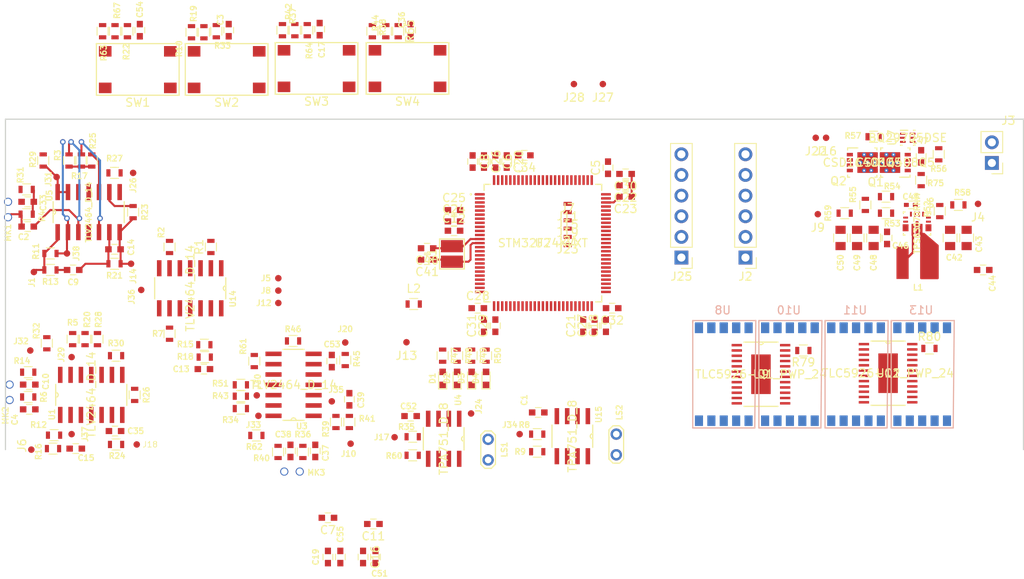
<source format=kicad_pcb>
(kicad_pcb (version 4) (host pcbnew 4.0.7)
  (layers (0 F.Cu signal) (1 In1.Cu power) (2 In2.Cu power) (31 B.Cu signal) (36 B.SilkS user) (37 F.SilkS user) (38 B.Mask user) (39 F.Mask user) (44 Edge.Cuts user))
  (net 0 "")
  (net 1 GND)
  (net 2 "Net-(C1-Pad2)")
  (net 3 "Net-(C3-Pad2)")
  (net 4 VDD)
  (net 5 VDDA)
  (net 6 "Net-(C9-Pad2)")
  (net 7 "Net-(C10-Pad2)")
  (net 8 "Net-(C21-Pad2)")
  (net 9 "Net-(C23-Pad2)")
  (net 10 "Net-(C33-Pad2)")
  (net 11 /OSC_IN)
  (net 12 /OSC_OUT)
  (net 13 "Net-(C42-Pad2)")
  (net 14 "Net-(C45-Pad2)")
  (net 15 "Net-(C46-Pad2)")
  (net 16 "Net-(C47-Pad2)")
  (net 17 "Net-(C52-Pad2)")
  (net 18 "Net-(C54-Pad2)")
  (net 19 "Net-(D1-Pad2)")
  (net 20 "Net-(D2-Pad2)")
  (net 21 "Net-(D3-Pad2)")
  (net 22 "Net-(D4-Pad2)")
  (net 23 /TCK)
  (net 24 /TMS)
  (net 25 /NRST)
  (net 26 /SWO)
  (net 27 /Batt+)
  (net 28 /In11)
  (net 29 /SCK)
  (net 30 /In12)
  (net 31 /MISO)
  (net 32 /In13)
  (net 33 /MOSI)
  (net 34 /Pop_Sup)
  (net 35 /SS4)
  (net 36 /BOOT0)
  (net 37 "Net-(L1-Pad1)")
  (net 38 "Net-(L1-Pad2)")
  (net 39 "Net-(LS1-Pad1)")
  (net 40 "Net-(LS1-Pad2)")
  (net 41 "Net-(Q1-Pad4)")
  (net 42 "Net-(Q1-Pad5)")
  (net 43 "Net-(Q2-Pad4)")
  (net 44 "Net-(R35-Pad2)")
  (net 45 /LED_R)
  (net 46 /LED_B)
  (net 47 /LED_Y)
  (net 48 /LED_G)
  (net 49 "Net-(R52-Pad2)")
  (net 50 "Net-(R53-Pad2)")
  (net 51 "Net-(R55-Pad2)")
  (net 52 "Net-(R57-Pad2)")
  (net 53 /UserBtn1)
  (net 54 /UserBtn3)
  (net 55 /UserBtn2)
  (net 56 /UserBtn4)
  (net 57 "Net-(R79-Pad2)")
  (net 58 "Net-(R80-Pad2)")
  (net 59 "Net-(U8-Pad5)")
  (net 60 "Net-(U8-Pad4)")
  (net 61 "Net-(U8-Pad2)")
  (net 62 "Net-(U8-Pad1)")
  (net 63 "Net-(U8-Pad6)")
  (net 64 "Net-(U8-Pad7)")
  (net 65 "Net-(U8-Pad9)")
  (net 66 "Net-(U8-Pad10)")
  (net 67 "Net-(U10-Pad5)")
  (net 68 "Net-(U10-Pad4)")
  (net 69 "Net-(U10-Pad2)")
  (net 70 "Net-(U10-Pad1)")
  (net 71 "Net-(U10-Pad6)")
  (net 72 "Net-(U10-Pad7)")
  (net 73 "Net-(U10-Pad9)")
  (net 74 "Net-(U10-Pad10)")
  (net 75 "Net-(U11-Pad5)")
  (net 76 "Net-(U11-Pad4)")
  (net 77 "Net-(U11-Pad2)")
  (net 78 "Net-(U11-Pad1)")
  (net 79 "Net-(U11-Pad6)")
  (net 80 "Net-(U11-Pad7)")
  (net 81 "Net-(U11-Pad9)")
  (net 82 "Net-(U11-Pad10)")
  (net 83 "Net-(U12-Pad13)")
  (net 84 "Net-(U12-Pad18)")
  (net 85 "Net-(U12-Pad17)")
  (net 86 "Net-(U12-Pad16)")
  (net 87 "Net-(U12-Pad19)")
  (net 88 "Net-(U12-Pad20)")
  (net 89 "Net-(U12-Pad15)")
  (net 90 "Net-(U12-Pad14)")
  (net 91 "Net-(U12-Pad2)")
  (net 92 /Batt-)
  (net 93 "Net-(Q1-Pad1)")
  (net 94 /u1a+)
  (net 95 /u2a+)
  (net 96 /u1b-)
  (net 97 /u1bo)
  (net 98 "Net-(C15-Pad2)")
  (net 99 /u2b-)
  (net 100 /u2bo)
  (net 101 "Net-(C36-Pad2)")
  (net 102 /u3a+)
  (net 103 "Net-(C38-Pad2)")
  (net 104 "Net-(C39-Pad2)")
  (net 105 /u3b-)
  (net 106 /u3bo)
  (net 107 /u1a-)
  (net 108 /u2a-)
  (net 109 /u1ao)
  (net 110 /u2ao)
  (net 111 /u1b+)
  (net 112 /u2b+)
  (net 113 /u1c-)
  (net 114 /u1c+)
  (net 115 /u2c-)
  (net 116 /u1co)
  (net 117 /u2c+)
  (net 118 /u1d-)
  (net 119 /u2co)
  (net 120 /u2d-)
  (net 121 /u3a-)
  (net 122 /u3ao)
  (net 123 /u3b+)
  (net 124 /u3c-)
  (net 125 /u3c+)
  (net 126 /u3co)
  (net 127 /u3d-)
  (net 128 "Net-(C2-Pad2)")
  (net 129 "Net-(C4-Pad2)")
  (net 130 /Com_165)
  (net 131 "Net-(C17-Pad2)")
  (net 132 "Net-(C37-Pad2)")
  (net 133 /DAC_O1)
  (net 134 /SS)
  (net 135 /DAC_O2)
  (net 136 "Net-(LS2-Pad1)")
  (net 137 "Net-(LS2-Pad2)")
  (net 138 /u4a-)
  (net 139 /u4b-)
  (net 140 /u4c-)
  (net 141 "Net-(R8-Pad2)")
  (net 142 "Net-(R19-Pad2)")
  (net 143 "Net-(R22-Pad1)")
  (net 144 "Net-(R42-Pad2)")
  (net 145 "Net-(R44-Pad2)")
  (net 146 /Driver_oE)
  (net 147 /Driver_inE)
  (net 148 /GPIO_6)
  (net 149 /GPIO_5)
  (net 150 /GPIO_4)
  (net 151 /GPIO_3)
  (net 152 /GPIO_2)
  (net 153 /GPIO_1)
  (module Resistors_SMD:R_0603 (layer F.Cu) (at 128.7145 105.41 90)
    (fp_text reference R25 (at 2.413 0.127 90) (layer F.SilkS) (effects (font (size 0.7 0.7))))
    (fp_text value 1K)
    (pad 1 smd rect (at -0.75 0 90) (size 0.5 0.9) (layers F.Cu F.Mask) (net 130 /Com_165))
    (pad 2 smd rect (at 0.75 0 90) (size 0.5 0.9) (layers F.Cu F.Mask) (net 114 /u1c+))
  )
  (module custom:STM32F74XVXT (layer F.Cu) (at 184.15 115.57)
    (fp_text reference U2 (at 0 0) (layer F.SilkS))
    (fp_text value STM32F74XVXT (at 0 0) (layer F.SilkS))
    (pad 1 smd rect (at -7.75 -6.000001) (size 1.2 0.3) (layers F.Cu F.Mask) (net 53 /UserBtn1))
    (pad 2 smd rect (at -7.75 -5.499999) (size 1.2 0.3) (layers F.Cu F.Mask) (net 55 /UserBtn2))
    (pad 3 smd rect (at -7.75 -5) (size 1.2 0.3) (layers F.Cu F.Mask) (net 54 /UserBtn3))
    (pad 4 smd rect (at -7.75 -4.500001) (size 1.2 0.3) (layers F.Cu F.Mask) (net 56 /UserBtn4))
    (pad 5 smd rect (at -7.75 -4) (size 1.2 0.3) (layers F.Cu F.Mask))
    (pad 6 smd rect (at -7.75 -3.500001) (size 1.2 0.3) (layers F.Cu F.Mask) (net 4 VDD))
    (pad 7 smd rect (at -7.75 -2.999999) (size 1.2 0.3) (layers F.Cu F.Mask))
    (pad 8 smd rect (at -7.75 -2.5) (size 1.2 0.3) (layers F.Cu F.Mask))
    (pad 9 smd rect (at -7.75 -2.000001) (size 1.2 0.3) (layers F.Cu F.Mask))
    (pad 10 smd rect (at -7.75 -1.5) (size 1.2 0.3) (layers F.Cu F.Mask) (net 1 GND))
    (pad 11 smd rect (at -7.75 -1.000001) (size 1.2 0.3) (layers F.Cu F.Mask) (net 4 VDD))
    (pad 12 smd rect (at -7.75 -0.500002) (size 1.2 0.3) (layers F.Cu F.Mask) (net 11 /OSC_IN))
    (pad 13 smd rect (at -7.75 0) (size 1.2 0.3) (layers F.Cu F.Mask) (net 12 /OSC_OUT))
    (pad 14 smd rect (at -7.75 0.499999) (size 1.2 0.3) (layers F.Cu F.Mask) (net 25 /NRST))
    (pad 15 smd rect (at -7.75 1.000001) (size 1.2 0.3) (layers F.Cu F.Mask))
    (pad 16 smd rect (at -7.75 1.5) (size 1.2 0.3) (layers F.Cu F.Mask) (net 28 /In11))
    (pad 17 smd rect (at -7.75 1.999999) (size 1.2 0.3) (layers F.Cu F.Mask) (net 30 /In12))
    (pad 18 smd rect (at -7.75 2.5) (size 1.2 0.3) (layers F.Cu F.Mask) (net 32 /In13))
    (pad 19 smd rect (at -7.75 2.999999) (size 1.2 0.3) (layers F.Cu F.Mask) (net 1 GND))
    (pad 20 smd rect (at -7.75 3.500001) (size 1.2 0.3) (layers F.Cu F.Mask) (net 5 VDDA))
    (pad 21 smd rect (at -7.75 4) (size 1.2 0.3) (layers F.Cu F.Mask) (net 5 VDDA))
    (pad 22 smd rect (at -7.75 4.499999) (size 1.2 0.3) (layers F.Cu F.Mask))
    (pad 23 smd rect (at -7.75 5) (size 1.2 0.3) (layers F.Cu F.Mask))
    (pad 24 smd rect (at -7.75 5.499999) (size 1.2 0.3) (layers F.Cu F.Mask))
    (pad 25 smd rect (at -7.75 6.000001) (size 1.2 0.3) (layers F.Cu F.Mask) (net 34 /Pop_Sup))
    (pad 26 smd rect (at -6.000001 7.75 90) (size 1.2 0.3) (layers F.Cu F.Mask) (net 1 GND))
    (pad 27 smd rect (at -5.499999 7.75 90) (size 1.2 0.3) (layers F.Cu F.Mask) (net 4 VDD))
    (pad 28 smd rect (at -5 7.75 90) (size 1.2 0.3) (layers F.Cu F.Mask) (net 133 /DAC_O1))
    (pad 29 smd rect (at -4.500001 7.75 90) (size 1.2 0.3) (layers F.Cu F.Mask) (net 135 /DAC_O2))
    (pad 30 smd rect (at -4 7.75 90) (size 1.2 0.3) (layers F.Cu F.Mask))
    (pad 31 smd rect (at -3.500001 7.75 90) (size 1.2 0.3) (layers F.Cu F.Mask) (net 45 /LED_R))
    (pad 32 smd rect (at -2.999999 7.75 90) (size 1.2 0.3) (layers F.Cu F.Mask) (net 46 /LED_B))
    (pad 33 smd rect (at -2.5 7.75 90) (size 1.2 0.3) (layers F.Cu F.Mask) (net 47 /LED_Y))
    (pad 34 smd rect (at -2.000001 7.75 90) (size 1.2 0.3) (layers F.Cu F.Mask) (net 48 /LED_G))
    (pad 35 smd rect (at -1.5 7.75 90) (size 1.2 0.3) (layers F.Cu F.Mask) (net 35 /SS4))
    (pad 36 smd rect (at -1.000001 7.75 90) (size 1.2 0.3) (layers F.Cu F.Mask) (net 33 /MOSI))
    (pad 37 smd rect (at -0.499999 7.75 90) (size 1.2 0.3) (layers F.Cu F.Mask))
    (pad 38 smd rect (at 0 7.75 90) (size 1.2 0.3) (layers F.Cu F.Mask))
    (pad 39 smd rect (at 0.499999 7.75 90) (size 1.2 0.3) (layers F.Cu F.Mask))
    (pad 40 smd rect (at 1.000001 7.75 90) (size 1.2 0.3) (layers F.Cu F.Mask))
    (pad 41 smd rect (at 1.5 7.75 90) (size 1.2 0.3) (layers F.Cu F.Mask))
    (pad 42 smd rect (at 2.000001 7.75 90) (size 1.2 0.3) (layers F.Cu F.Mask))
    (pad 43 smd rect (at 2.5 7.75 90) (size 1.2 0.3) (layers F.Cu F.Mask))
    (pad 44 smd rect (at 2.999999 7.75 90) (size 1.2 0.3) (layers F.Cu F.Mask))
    (pad 45 smd rect (at 3.500001 7.75 90) (size 1.2 0.3) (layers F.Cu F.Mask))
    (pad 46 smd rect (at 4 7.75 90) (size 1.2 0.3) (layers F.Cu F.Mask))
    (pad 47 smd rect (at 4.500001 7.75 90) (size 1.2 0.3) (layers F.Cu F.Mask))
    (pad 48 smd rect (at 5 7.75 90) (size 1.2 0.3) (layers F.Cu F.Mask) (net 8 "Net-(C21-Pad2)"))
    (pad 49 smd rect (at 5.499999 7.75 90) (size 1.2 0.3) (layers F.Cu F.Mask) (net 1 GND))
    (pad 50 smd rect (at 6.000001 7.75 90) (size 1.2 0.3) (layers F.Cu F.Mask) (net 4 VDD))
    (pad 51 smd rect (at 7.75 6.000001) (size 1.2 0.3) (layers F.Cu F.Mask) (net 146 /Driver_oE))
    (pad 52 smd rect (at 7.75 5.499999) (size 1.2 0.3) (layers F.Cu F.Mask) (net 147 /Driver_inE))
    (pad 53 smd rect (at 7.75 5) (size 1.2 0.3) (layers F.Cu F.Mask))
    (pad 54 smd rect (at 7.75 4.500001) (size 1.2 0.3) (layers F.Cu F.Mask))
    (pad 55 smd rect (at 7.75 4) (size 1.2 0.3) (layers F.Cu F.Mask))
    (pad 56 smd rect (at 7.75 3.500001) (size 1.2 0.3) (layers F.Cu F.Mask))
    (pad 57 smd rect (at 7.75 2.999999) (size 1.2 0.3) (layers F.Cu F.Mask))
    (pad 58 smd rect (at 7.75 2.5) (size 1.2 0.3) (layers F.Cu F.Mask))
    (pad 59 smd rect (at 7.75 2.000001) (size 1.2 0.3) (layers F.Cu F.Mask))
    (pad 60 smd rect (at 7.75 1.5) (size 1.2 0.3) (layers F.Cu F.Mask))
    (pad 61 smd rect (at 7.75 1.000001) (size 1.2 0.3) (layers F.Cu F.Mask))
    (pad 62 smd rect (at 7.75 0.499999) (size 1.2 0.3) (layers F.Cu F.Mask))
    (pad 63 smd rect (at 7.75 0) (size 1.2 0.3) (layers F.Cu F.Mask))
    (pad 64 smd rect (at 7.75 -0.499999) (size 1.2 0.3) (layers F.Cu F.Mask))
    (pad 65 smd rect (at 7.75 -1.000001) (size 1.2 0.3) (layers F.Cu F.Mask))
    (pad 66 smd rect (at 7.75 -1.5) (size 1.2 0.3) (layers F.Cu F.Mask) (net 148 /GPIO_6))
    (pad 67 smd rect (at 7.75 -2.000001) (size 1.2 0.3) (layers F.Cu F.Mask) (net 149 /GPIO_5))
    (pad 68 smd rect (at 7.75 -2.5) (size 1.2 0.3) (layers F.Cu F.Mask) (net 150 /GPIO_4))
    (pad 69 smd rect (at 7.75 -2.999999) (size 1.2 0.3) (layers F.Cu F.Mask) (net 151 /GPIO_3))
    (pad 70 smd rect (at 7.75 -3.500001) (size 1.2 0.3) (layers F.Cu F.Mask) (net 152 /GPIO_2))
    (pad 71 smd rect (at 7.75 -4) (size 1.2 0.3) (layers F.Cu F.Mask) (net 153 /GPIO_1))
    (pad 72 smd rect (at 7.75 -4.500001) (size 1.2 0.3) (layers F.Cu F.Mask) (net 24 /TMS))
    (pad 73 smd rect (at 7.75 -5) (size 1.2 0.3) (layers F.Cu F.Mask) (net 9 "Net-(C23-Pad2)"))
    (pad 74 smd rect (at 7.75 -5.499999) (size 1.2 0.3) (layers F.Cu F.Mask) (net 1 GND))
    (pad 75 smd rect (at 7.75 -6.000001) (size 1.2 0.3) (layers F.Cu F.Mask) (net 4 VDD))
    (pad 76 smd rect (at 6.000001 -7.75 90) (size 1.2 0.3) (layers F.Cu F.Mask) (net 23 /TCK))
    (pad 77 smd rect (at 5.499999 -7.75 90) (size 1.2 0.3) (layers F.Cu F.Mask) (net 134 /SS))
    (pad 78 smd rect (at 5 -7.75 90) (size 1.2 0.3) (layers F.Cu F.Mask) (net 29 /SCK))
    (pad 79 smd rect (at 4.500001 -7.75 90) (size 1.2 0.3) (layers F.Cu F.Mask) (net 31 /MISO))
    (pad 80 smd rect (at 4 -7.75 90) (size 1.2 0.3) (layers F.Cu F.Mask))
    (pad 81 smd rect (at 3.500001 -7.75 90) (size 1.2 0.3) (layers F.Cu F.Mask))
    (pad 82 smd rect (at 2.999999 -7.75 90) (size 1.2 0.3) (layers F.Cu F.Mask))
    (pad 83 smd rect (at 2.5 -7.75 90) (size 1.2 0.3) (layers F.Cu F.Mask))
    (pad 84 smd rect (at 2.000001 -7.75 90) (size 1.2 0.3) (layers F.Cu F.Mask))
    (pad 85 smd rect (at 1.5 -7.75 90) (size 1.2 0.3) (layers F.Cu F.Mask))
    (pad 86 smd rect (at 1.000001 -7.75 90) (size 1.2 0.3) (layers F.Cu F.Mask))
    (pad 87 smd rect (at 0.499999 -7.75 90) (size 1.2 0.3) (layers F.Cu F.Mask))
    (pad 88 smd rect (at 0 -7.75 90) (size 1.2 0.3) (layers F.Cu F.Mask))
    (pad 89 smd rect (at -0.499999 -7.75 90) (size 1.2 0.3) (layers F.Cu F.Mask) (net 26 /SWO))
    (pad 90 smd rect (at -1.000001 -7.75 90) (size 1.2 0.3) (layers F.Cu F.Mask))
    (pad 91 smd rect (at -1.5 -7.75 90) (size 1.2 0.3) (layers F.Cu F.Mask))
    (pad 92 smd rect (at -2.000001 -7.75 90) (size 1.2 0.3) (layers F.Cu F.Mask))
    (pad 93 smd rect (at -2.5 -7.75 90) (size 1.2 0.3) (layers F.Cu F.Mask))
    (pad 94 smd rect (at -2.999999 -7.75 90) (size 1.2 0.3) (layers F.Cu F.Mask) (net 36 /BOOT0))
    (pad 95 smd rect (at -3.500001 -7.75 90) (size 1.2 0.3) (layers F.Cu F.Mask))
    (pad 96 smd rect (at -4 -7.75 90) (size 1.2 0.3) (layers F.Cu F.Mask))
    (pad 97 smd rect (at -4.500001 -7.75 90) (size 1.2 0.3) (layers F.Cu F.Mask))
    (pad 98 smd rect (at -5 -7.75 90) (size 1.2 0.3) (layers F.Cu F.Mask))
    (pad 99 smd rect (at -5.499999 -7.75 90) (size 1.2 0.3) (layers F.Cu F.Mask) (net 1 GND))
    (pad 100 smd rect (at -6.000001 -7.75 90) (size 1.2 0.3) (layers F.Cu F.Mask) (net 4 VDD))
  )
  (module Capacitors_SMD:C_0603 (layer F.Cu) (at 192.151 106.299 90)
    (fp_text reference C5 (at 0 -1.5 90) (layer F.SilkS))
    (fp_text value 1uF)
    (pad 2 smd rect (at 0.75 0 90) (size 0.8 0.75) (layers F.Cu F.Mask) (net 1 GND))
    (pad 1 smd rect (at -0.75 0 90) (size 0.8 0.75) (layers F.Cu F.Mask) (net 4 VDD))
  )
  (module Capacitors_SMD:C_0603 (layer F.Cu) (at 178.308 105.537 270)
    (fp_text reference C6 (at 0 -1.5 270) (layer F.SilkS))
    (fp_text value 100nF)
    (pad 2 smd rect (at 0.75 0 270) (size 0.8 0.75) (layers F.Cu F.Mask) (net 4 VDD))
    (pad 1 smd rect (at -0.75 0 270) (size 0.8 0.75) (layers F.Cu F.Mask) (net 1 GND))
  )
  (module Capacitors_SMD:C_0603 (layer F.Cu) (at 157.734 149.352 180)
    (fp_text reference C7 (at 0 -1.5 180) (layer F.SilkS))
    (fp_text value 100nF)
    (pad 2 smd rect (at 0.75 0 180) (size 0.8 0.75) (layers F.Cu F.Mask) (net 5 VDDA))
    (pad 1 smd rect (at -0.75 0 180) (size 0.8 0.75) (layers F.Cu F.Mask) (net 1 GND))
  )
  (module Capacitors_SMD:C_0603 (layer F.Cu) (at 175.514 105.537 270)
    (fp_text reference C8 (at 0 -1.5 270) (layer F.SilkS))
    (fp_text value 100nF)
    (pad 2 smd rect (at 0.75 0 270) (size 0.8 0.75) (layers F.Cu F.Mask) (net 4 VDD))
    (pad 1 smd rect (at -0.75 0 270) (size 0.8 0.75) (layers F.Cu F.Mask) (net 1 GND))
  )
  (module Capacitors_SMD:C_0603 (layer F.Cu) (at 163.322 150.114 180)
    (fp_text reference C11 (at 0 -1.5 180) (layer F.SilkS))
    (fp_text value 1uF)
    (pad 2 smd rect (at 0.75 0 180) (size 0.8 0.75) (layers F.Cu F.Mask) (net 5 VDDA))
    (pad 1 smd rect (at -0.75 0 180) (size 0.8 0.75) (layers F.Cu F.Mask) (net 1 GND))
  )
  (module Capacitors_SMD:C_0603 (layer F.Cu) (at 173.228 114.046)
    (fp_text reference C12 (at 0 -1.5) (layer F.SilkS))
    (fp_text value 100nF)
    (pad 2 smd rect (at 0.75 0) (size 0.8 0.75) (layers F.Cu F.Mask) (net 4 VDD))
    (pad 1 smd rect (at -0.75 0) (size 0.8 0.75) (layers F.Cu F.Mask) (net 1 GND))
  )
  (module Capacitors_SMD:C_0603 (layer F.Cu) (at 162.052 154.178 270)
    (fp_text reference C16 (at 0 -1.5 270) (layer F.SilkS))
    (fp_text value 10uF)
    (pad 2 smd rect (at 0.75 0 270) (size 0.8 0.75) (layers F.Cu F.Mask) (net 5 VDDA))
    (pad 1 smd rect (at -0.75 0 270) (size 0.8 0.75) (layers F.Cu F.Mask) (net 1 GND))
  )
  (module Capacitors_SMD:C_0603 (layer F.Cu) (at 191.897 125.73 90)
    (fp_text reference C18 (at 0 -1.5 90) (layer F.SilkS))
    (fp_text value 100nF)
    (pad 2 smd rect (at 0.75 0 90) (size 0.8 0.75) (layers F.Cu F.Mask) (net 4 VDD))
    (pad 1 smd rect (at -0.75 0 90) (size 0.8 0.75) (layers F.Cu F.Mask) (net 1 GND))
  )
  (module Capacitors_SMD:C_0603 (layer F.Cu) (at 157.734 154.178 90)
    (fp_text reference C19 (at 0 -1.5 90) (layer F.SilkS) (effects (font (size 0.7 0.7))))
    (fp_text value 10uF)
    (pad 2 smd rect (at 0.75 0 90) (size 0.8 0.75) (layers F.Cu F.Mask) (net 5 VDDA))
    (pad 1 smd rect (at -0.75 0 90) (size 0.8 0.75) (layers F.Cu F.Mask) (net 1 GND))
  )
  (module Capacitors_SMD:C_0603 (layer F.Cu) (at 179.705 105.537 270)
    (fp_text reference C20 (at 0 -1.5 270) (layer F.SilkS))
    (fp_text value 100nF)
    (pad 2 smd rect (at 0.75 0 270) (size 0.8 0.75) (layers F.Cu F.Mask) (net 4 VDD))
    (pad 1 smd rect (at -0.75 0 270) (size 0.8 0.75) (layers F.Cu F.Mask) (net 1 GND))
  )
  (module Capacitors_SMD:C_0603 (layer F.Cu) (at 189.103 125.73 90)
    (fp_text reference C21 (at 0 -1.5 90) (layer F.SilkS))
    (fp_text value 2.2uF)
    (pad 2 smd rect (at 0.75 0 90) (size 0.8 0.75) (layers F.Cu F.Mask) (net 8 "Net-(C21-Pad2)"))
    (pad 1 smd rect (at -0.75 0 90) (size 0.8 0.75) (layers F.Cu F.Mask) (net 1 GND))
  )
  (module Capacitors_SMD:C_0603 (layer F.Cu) (at 194.31 108.458 180)
    (fp_text reference C22 (at 0 -1.5 180) (layer F.SilkS))
    (fp_text value 100nF)
    (pad 2 smd rect (at 0.75 0 180) (size 0.8 0.75) (layers F.Cu F.Mask) (net 4 VDD))
    (pad 1 smd rect (at -0.75 0 180) (size 0.8 0.75) (layers F.Cu F.Mask) (net 1 GND))
  )
  (module Capacitors_SMD:C_0603 (layer F.Cu) (at 194.31 109.855 180)
    (fp_text reference C23 (at 0 -1.5 180) (layer F.SilkS))
    (fp_text value 2.2uF)
    (pad 2 smd rect (at 0.75 0 180) (size 0.8 0.75) (layers F.Cu F.Mask) (net 9 "Net-(C23-Pad2)"))
    (pad 1 smd rect (at -0.75 0 180) (size 0.8 0.75) (layers F.Cu F.Mask) (net 1 GND))
  )
  (module Capacitors_SMD:C_0603 (layer F.Cu) (at 173.228 112.903)
    (fp_text reference C24 (at 0 -1.5) (layer F.SilkS))
    (fp_text value 100nF)
    (pad 2 smd rect (at 0.75 0) (size 0.8 0.75) (layers F.Cu F.Mask) (net 4 VDD))
    (pad 1 smd rect (at -0.75 0) (size 0.8 0.75) (layers F.Cu F.Mask) (net 1 GND))
  )
  (module Capacitors_SMD:C_0603 (layer F.Cu) (at 173.228 111.506)
    (fp_text reference C25 (at 0 -1.5) (layer F.SilkS))
    (fp_text value 100nF)
    (pad 2 smd rect (at 0.75 0) (size 0.8 0.75) (layers F.Cu F.Mask) (net 4 VDD))
    (pad 1 smd rect (at -0.75 0) (size 0.8 0.75) (layers F.Cu F.Mask) (net 1 GND))
  )
  (module Capacitors_SMD:C_0603 (layer F.Cu) (at 176.911 105.537 270)
    (fp_text reference C26 (at 0 -1.5 270) (layer F.SilkS))
    (fp_text value 100nF)
    (pad 2 smd rect (at 0.75 0 270) (size 0.8 0.75) (layers F.Cu F.Mask) (net 4 VDD))
    (pad 1 smd rect (at -0.75 0 270) (size 0.8 0.75) (layers F.Cu F.Mask) (net 1 GND))
  )
  (module Capacitors_SMD:C_0603 (layer F.Cu) (at 190.5 125.73 90)
    (fp_text reference C27 (at 0 -1.5 90) (layer F.SilkS))
    (fp_text value 100nF)
    (pad 2 smd rect (at 0.75 0 90) (size 0.8 0.75) (layers F.Cu F.Mask) (net 4 VDD))
    (pad 1 smd rect (at -0.75 0 90) (size 0.8 0.75) (layers F.Cu F.Mask) (net 1 GND))
  )
  (module Capacitors_SMD:C_0603 (layer F.Cu) (at 176.149 123.571)
    (fp_text reference C28 (at 0 -1.5) (layer F.SilkS))
    (fp_text value 100nF)
    (pad 2 smd rect (at 0.75 0) (size 0.8 0.75) (layers F.Cu F.Mask) (net 4 VDD))
    (pad 1 smd rect (at -0.75 0) (size 0.8 0.75) (layers F.Cu F.Mask) (net 1 GND))
  )
  (module Capacitors_SMD:C_0603 (layer F.Cu) (at 178.308 125.73 90)
    (fp_text reference C29 (at 0 -1.5 90) (layer F.SilkS))
    (fp_text value 100nF)
    (pad 2 smd rect (at 0.75 0 90) (size 0.8 0.75) (layers F.Cu F.Mask) (net 4 VDD))
    (pad 1 smd rect (at -0.75 0 90) (size 0.8 0.75) (layers F.Cu F.Mask) (net 1 GND))
  )
  (module Capacitors_SMD:C_0603 (layer F.Cu) (at 194.31 107.061 180)
    (fp_text reference C30 (at 0 -1.5 180) (layer F.SilkS))
    (fp_text value 100nF)
    (pad 2 smd rect (at 0.75 0 180) (size 0.8 0.75) (layers F.Cu F.Mask) (net 4 VDD))
    (pad 1 smd rect (at -0.75 0 180) (size 0.8 0.75) (layers F.Cu F.Mask) (net 1 GND))
  )
  (module Capacitors_SMD:C_0603 (layer F.Cu) (at 176.911 125.73 90)
    (fp_text reference C31 (at 0 -1.5 90) (layer F.SilkS))
    (fp_text value 100nF)
    (pad 2 smd rect (at 0.75 0 90) (size 0.8 0.75) (layers F.Cu F.Mask) (net 4 VDD))
    (pad 1 smd rect (at -0.75 0 90) (size 0.8 0.75) (layers F.Cu F.Mask) (net 1 GND))
  )
  (module Capacitors_SMD:C_0603 (layer F.Cu) (at 192.659 123.571 180)
    (fp_text reference C32 (at 0 -1.5 180) (layer F.SilkS))
    (fp_text value 100nF)
    (pad 2 smd rect (at 0.75 0 180) (size 0.8 0.75) (layers F.Cu F.Mask) (net 4 VDD))
    (pad 1 smd rect (at -0.75 0 180) (size 0.8 0.75) (layers F.Cu F.Mask) (net 1 GND))
  )
  (module Capacitors_SMD:C_0603 (layer F.Cu) (at 181.864 104.775 180)
    (fp_text reference C34 (at 0 -1.5 180) (layer F.SilkS))
    (fp_text value 4.7uF)
    (pad 2 smd rect (at 0.75 0 180) (size 0.8 0.75) (layers F.Cu F.Mask) (net 4 VDD))
    (pad 1 smd rect (at -0.75 0 180) (size 0.8 0.75) (layers F.Cu F.Mask) (net 1 GND))
  )
  (module Capacitors_SMD:C_0603 (layer F.Cu) (at 167.894 89.3826 90)
    (fp_text reference C36 (at 1.27 -1.0795 90) (layer F.SilkS) (effects (font (size 0.7 0.7))))
    (fp_text value 1uF)
    (pad 2 smd rect (at 0.75 0 90) (size 0.8 0.75) (layers F.Cu F.Mask) (net 101 "Net-(C36-Pad2)"))
    (pad 1 smd rect (at -0.75 0 90) (size 0.8 0.75) (layers F.Cu F.Mask) (net 1 GND))
  )
  (module Capacitors_SMD:C_0603 (layer F.Cu) (at 169.926 116.205 180)
    (fp_text reference C40 (at 0 -1.5 180) (layer F.SilkS))
    (fp_text value 4.3pF)
    (pad 2 smd rect (at 0.75 0 180) (size 0.8 0.75) (layers F.Cu F.Mask) (net 1 GND))
    (pad 1 smd rect (at -0.75 0 180) (size 0.8 0.75) (layers F.Cu F.Mask) (net 11 /OSC_IN))
  )
  (module Capacitors_SMD:C_0603 (layer F.Cu) (at 169.926 117.602 180)
    (fp_text reference C41 (at 0 -1.5 180) (layer F.SilkS))
    (fp_text value 4.3pF)
    (pad 2 smd rect (at 0.75 0 180) (size 0.8 0.75) (layers F.Cu F.Mask) (net 1 GND))
    (pad 1 smd rect (at -0.75 0 180) (size 0.8 0.75) (layers F.Cu F.Mask) (net 12 /OSC_OUT))
  )
  (module Capacitors_SMD:C_0805 (layer F.Cu) (at 234.188 114.935 90)
    (fp_text reference C42 (at -2.413 0.508 180) (layer F.SilkS) (effects (font (size 0.7 0.7))))
    (fp_text value 10uF)
    (pad 1 smd rect (at -1 0 90) (size 1 1.25) (layers F.Cu F.Mask) (net 1 GND))
    (pad 2 smd rect (at 1 0 90) (size 1 1.25) (layers F.Cu F.Mask) (net 13 "Net-(C42-Pad2)"))
  )
  (module Capacitors_SMD:C_0805 (layer F.Cu) (at 236.22 114.935 90)
    (fp_text reference C43 (at -0.762 1.524 90) (layer F.SilkS) (effects (font (size 0.7 0.7))))
    (fp_text value 10uF)
    (pad 1 smd rect (at -1 0 90) (size 1 1.25) (layers F.Cu F.Mask) (net 1 GND))
    (pad 2 smd rect (at 1 0 90) (size 1 1.25) (layers F.Cu F.Mask) (net 13 "Net-(C42-Pad2)"))
  )
  (module Capacitors_SMD:C_0603 (layer F.Cu) (at 238.252 118.872 180)
    (fp_text reference C44 (at -1.143 -1.651 270) (layer F.SilkS) (effects (font (size 0.7 0.7))))
    (fp_text value 10uF)
    (pad 2 smd rect (at 0.75 0 180) (size 0.8 0.75) (layers F.Cu F.Mask) (net 13 "Net-(C42-Pad2)"))
    (pad 1 smd rect (at -0.75 0 180) (size 0.8 0.75) (layers F.Cu F.Mask) (net 1 GND))
  )
  (module Capacitors_SMD:C_0402 (layer F.Cu) (at 229.362 110.871)
    (fp_text reference C45 (at 0 -1.016) (layer F.SilkS) (effects (font (size 0.7 0.7))))
    (fp_text value 100nF)
    (pad 1 smd rect (at -0.55 0) (size 0.6 0.5) (layers F.Cu F.Mask) (net 1 GND))
    (pad 2 smd rect (at 0.55 0) (size 0.6 0.5) (layers F.Cu F.Mask) (net 14 "Net-(C45-Pad2)"))
  )
  (module Capacitors_SMD:C_0603 (layer F.Cu) (at 226.441 114.935 90)
    (fp_text reference C46 (at -0.9525 1.651 180) (layer F.SilkS) (effects (font (size 0.7 0.7))))
    (fp_text value 10uF)
    (pad 2 smd rect (at 0.75 0 90) (size 0.8 0.75) (layers F.Cu F.Mask) (net 15 "Net-(C46-Pad2)"))
    (pad 1 smd rect (at -0.75 0 90) (size 0.8 0.75) (layers F.Cu F.Mask) (net 1 GND))
  )
  (module Capacitors_SMD:C_0603 (layer F.Cu) (at 230.632 104.902 90)
    (fp_text reference C47 (at 1.905 -0.127 180) (layer F.SilkS) (effects (font (size 0.7 0.7))))
    (fp_text value 100nF)
    (pad 2 smd rect (at 0.75 0 90) (size 0.8 0.75) (layers F.Cu F.Mask) (net 16 "Net-(C47-Pad2)"))
    (pad 1 smd rect (at -0.75 0 90) (size 0.8 0.75) (layers F.Cu F.Mask) (net 92 /Batt-))
  )
  (module Capacitors_SMD:C_0805 (layer F.Cu) (at 224.79 114.935 90)
    (fp_text reference C48 (at -3.048 0 270) (layer F.SilkS) (effects (font (size 0.7 0.7))))
    (fp_text value 22uF)
    (pad 1 smd rect (at -1 0 90) (size 1 1.25) (layers F.Cu F.Mask) (net 1 GND))
    (pad 2 smd rect (at 1 0 90) (size 1 1.25) (layers F.Cu F.Mask) (net 15 "Net-(C46-Pad2)"))
  )
  (module Capacitors_SMD:C_0805 (layer F.Cu) (at 222.758 114.935 90)
    (fp_text reference C49 (at -3.048 0 270) (layer F.SilkS) (effects (font (size 0.7 0.7))))
    (fp_text value 22uF)
    (pad 1 smd rect (at -1 0 90) (size 1 1.25) (layers F.Cu F.Mask) (net 1 GND))
    (pad 2 smd rect (at 1 0 90) (size 1 1.25) (layers F.Cu F.Mask) (net 15 "Net-(C46-Pad2)"))
  )
  (module Capacitors_SMD:C_0805 (layer F.Cu) (at 220.726 114.935 90)
    (fp_text reference C50 (at -3.048 0 90) (layer F.SilkS) (effects (font (size 0.7 0.7))))
    (fp_text value 22uF)
    (pad 1 smd rect (at -1 0 90) (size 1 1.25) (layers F.Cu F.Mask) (net 1 GND))
    (pad 2 smd rect (at 1 0 90) (size 1 1.25) (layers F.Cu F.Mask) (net 15 "Net-(C46-Pad2)"))
  )
  (module Capacitors_SMD:C_0603 (layer F.Cu) (at 167.894 136.8425)
    (fp_text reference C52 (at -0.254 -1.2065) (layer F.SilkS) (effects (font (size 0.7 0.7))))
    (fp_text value 1uF)
    (pad 2 smd rect (at 0.75 0) (size 0.8 0.75) (layers F.Cu F.Mask) (net 17 "Net-(C52-Pad2)"))
    (pad 1 smd rect (at -0.75 0) (size 0.8 0.75) (layers F.Cu F.Mask) (net 1 GND))
  )
  (module Capacitors_SMD:C_0603 (layer F.Cu) (at 158.21025 130.07975 270)
    (fp_text reference C53 (at -2.06375 -0.03175 360) (layer F.SilkS) (effects (font (size 0.7 0.7))))
    (fp_text value "820 pF")
    (pad 2 smd rect (at 0.75 0 270) (size 0.8 0.75) (layers F.Cu F.Mask) (net 105 /u3b-))
    (pad 1 smd rect (at -0.75 0 270) (size 0.8 0.75) (layers F.Cu F.Mask) (net 106 /u3bo))
  )
  (module Capacitors_SMD:C_0603 (layer F.Cu) (at 134.62 89.3826 90)
    (fp_text reference C54 (at 2.54 0 90) (layer F.SilkS) (effects (font (size 0.7 0.7))))
    (fp_text value 1uF)
    (pad 2 smd rect (at 0.75 0 90) (size 0.8 0.75) (layers F.Cu F.Mask) (net 18 "Net-(C54-Pad2)"))
    (pad 1 smd rect (at -0.75 0 90) (size 0.8 0.75) (layers F.Cu F.Mask) (net 1 GND))
  )
  (module Capacitors_SMD:C_0603 (layer F.Cu) (at 159.258 154.178 270)
    (fp_text reference C55 (at -2.794 0 270) (layer F.SilkS) (effects (font (size 0.7 0.7))))
    (fp_text value 100nF)
    (pad 2 smd rect (at 0.75 0 270) (size 0.8 0.75) (layers F.Cu F.Mask) (net 5 VDDA))
    (pad 1 smd rect (at -0.75 0 270) (size 0.8 0.75) (layers F.Cu F.Mask) (net 1 GND))
  )
  (module LEDs:LED_0603 (layer F.Cu) (at 171.831 132.207 90)
    (fp_text reference D1 (at 0 -1.25 90) (layer F.SilkS) (effects (font (size 0.7 0.7))))
    (fp_text value LED)
    (pad 2 smd rect (at 0.8 0 270) (size 0.8 0.8) (layers F.Cu F.Mask) (net 19 "Net-(D1-Pad2)"))
    (pad 1 smd rect (at -0.8 0 270) (size 0.8 0.8) (layers F.Cu F.Mask) (net 1 GND))
  )
  (module LEDs:LED_0603 (layer F.Cu) (at 173.609 132.207 90)
    (fp_text reference D2 (at 0 -1.25 90) (layer F.SilkS) (effects (font (size 0.7 0.7))))
    (fp_text value LED)
    (pad 2 smd rect (at 0.8 0 270) (size 0.8 0.8) (layers F.Cu F.Mask) (net 20 "Net-(D2-Pad2)"))
    (pad 1 smd rect (at -0.8 0 270) (size 0.8 0.8) (layers F.Cu F.Mask) (net 1 GND))
  )
  (module LEDs:LED_0603 (layer F.Cu) (at 175.387 132.207 90)
    (fp_text reference D3 (at 0 -1.25 90) (layer F.SilkS) (effects (font (size 0.7 0.7))))
    (fp_text value LED)
    (pad 2 smd rect (at 0.8 0 270) (size 0.8 0.8) (layers F.Cu F.Mask) (net 21 "Net-(D3-Pad2)"))
    (pad 1 smd rect (at -0.8 0 270) (size 0.8 0.8) (layers F.Cu F.Mask) (net 1 GND))
  )
  (module LEDs:LED_0603 (layer F.Cu) (at 177.165 132.207 90)
    (fp_text reference D4 (at 0 -1.25 90) (layer F.SilkS) (effects (font (size 0.7 0.7))))
    (fp_text value LED)
    (pad 2 smd rect (at 0.8 0 270) (size 0.8 0.8) (layers F.Cu F.Mask) (net 22 "Net-(D4-Pad2)"))
    (pad 1 smd rect (at -0.8 0 270) (size 0.8 0.8) (layers F.Cu F.Mask) (net 1 GND))
  )
  (module Pin_Headers:Pin_Header_Straight_1x06_Pitch2.54mm (layer F.Cu) (at 209.042 117.348 180)
    (fp_text reference J2 (at 0 -2.33 180) (layer F.SilkS))
    (fp_text value Conn_01x06)
    (pad 1 thru_hole rect (at 0 0 180) (size 1.7 1.7) (drill 1) (layers *.Cu *.Mask) (net 4 VDD))
    (pad 2 thru_hole oval (at 0 2.54 180) (size 1.7 1.7) (drill 1) (layers *.Cu *.Mask) (net 23 /TCK))
    (pad 3 thru_hole oval (at 0 5.08 180) (size 1.7 1.7) (drill 1) (layers *.Cu *.Mask) (net 1 GND))
    (pad 4 thru_hole oval (at 0 7.62 180) (size 1.7 1.7) (drill 1) (layers *.Cu *.Mask) (net 24 /TMS))
    (pad 5 thru_hole oval (at 0 10.16 180) (size 1.7 1.7) (drill 1) (layers *.Cu *.Mask) (net 25 /NRST))
    (pad 6 thru_hole oval (at 0 12.7 180) (size 1.7 1.7) (drill 1) (layers *.Cu *.Mask) (net 26 /SWO))
  )
  (module Pin_Headers:Pin_Header_Straight_1x02_Pitch2.54mm (layer F.Cu) (at 239.3188 105.7148 180)
    (fp_text reference J3 (at -2.032 5.207 180) (layer F.SilkS))
    (fp_text value Conn_01x02)
    (pad 1 thru_hole rect (at 0 0 180) (size 1.7 1.7) (drill 1) (layers *.Cu *.Mask) (net 27 /Batt+))
    (pad 2 thru_hole oval (at 0 2.54 180) (size 1.7 1.7) (drill 1) (layers *.Cu *.Mask) (net 92 /Batt-))
  )
  (module Pin_Headers:Pin_Header_Straight_1x06_Pitch2.54mm (layer F.Cu) (at 201.168 117.348 180)
    (fp_text reference J25 (at 0 -2.33 180) (layer F.SilkS))
    (fp_text value Conn_01x06)
    (pad 1 thru_hole rect (at 0 0 180) (size 1.7 1.7) (drill 1) (layers *.Cu *.Mask) (net 29 /SCK))
    (pad 2 thru_hole oval (at 0 2.54 180) (size 1.7 1.7) (drill 1) (layers *.Cu *.Mask) (net 31 /MISO))
    (pad 3 thru_hole oval (at 0 5.08 180) (size 1.7 1.7) (drill 1) (layers *.Cu *.Mask) (net 33 /MOSI))
    (pad 4 thru_hole oval (at 0 7.62 180) (size 1.7 1.7) (drill 1) (layers *.Cu *.Mask) (net 35 /SS4))
    (pad 5 thru_hole oval (at 0 10.16 180) (size 1.7 1.7) (drill 1) (layers *.Cu *.Mask) (net 4 VDD))
    (pad 6 thru_hole oval (at 0 12.7 180) (size 1.7 1.7) (drill 1) (layers *.Cu *.Mask) (net 1 GND))
  )
  (module custom:L_cust01 (layer F.Cu) (at 229.87 117.983)
    (fp_text reference L1 (at 0.381 3.048) (layer F.SilkS) (effects (font (size 0.7 0.7))))
    (fp_text value 1.5uH)
    (pad 1 smd rect (at -1.524 0) (size 1.5 4) (layers F.Cu F.Mask) (net 37 "Net-(L1-Pad1)"))
    (pad 2 smd rect (at 2.032 0) (size 1.5 4) (layers F.Cu F.Mask) (net 38 "Net-(L1-Pad2)"))
  )
  (module Inductors_SMD:L_0603 (layer F.Cu) (at 168.275 123.063)
    (fp_text reference L2 (at 0 -1.9) (layer F.SilkS))
    (fp_text value Ferrite_Bead)
    (pad 1 smd rect (at -0.75 0) (size 0.5 0.9) (layers F.Cu F.Mask) (net 5 VDDA))
    (pad 2 smd rect (at 0.75 0) (size 0.5 0.9) (layers F.Cu F.Mask) (net 4 VDD))
  )
  (module Measurement_Points:Test_Point_2Pads (layer F.Cu) (at 177.419 139.7 270)
    (fp_text reference LS1 (at 1.27 -2 270) (layer F.SilkS) (effects (font (size 0.7 0.7))))
    (fp_text value Speaker)
    (pad 1 thru_hole circle (at 0 0 270) (size 1.4 1.4) (drill 0.8128) (layers *.Cu *.Mask) (net 39 "Net-(LS1-Pad1)"))
    (pad 2 thru_hole circle (at 2.54 0 270) (size 1.4 1.4) (drill 0.8128) (layers *.Cu *.Mask) (net 40 "Net-(LS1-Pad2)"))
  )
  (module custom:CMC2242PBL (layer F.Cu) (at 118.4275 110.49 270)
    (fp_text reference MK1 (at 3.81 0 270) (layer F.SilkS) (effects (font (size 0.7 0.7))))
    (fp_text value Microphone)
    (pad 1 thru_hole circle (at 0 0 270) (size 1 1) (drill 0.762) (layers *.Cu *.Mask) (net 1 GND))
    (pad 2 thru_hole circle (at 1.9 0 270) (size 1 1) (drill 0.762) (layers *.Cu *.Mask) (net 128 "Net-(C2-Pad2)"))
  )
  (module custom:CMC2242PBL (layer F.Cu) (at 118.618 132.969 270)
    (fp_text reference MK2 (at 3.81 0.508 270) (layer F.SilkS) (effects (font (size 0.7 0.7))))
    (fp_text value Microphone)
    (pad 1 thru_hole circle (at 0 0 270) (size 1 1) (drill 0.762) (layers *.Cu *.Mask) (net 1 GND))
    (pad 2 thru_hole circle (at 1.9 0 270) (size 1 1) (drill 0.762) (layers *.Cu *.Mask) (net 129 "Net-(C4-Pad2)"))
  )
  (module custom:CMC2242PBL (layer F.Cu) (at 152.36825 143.66875)
    (fp_text reference MK3 (at 3.937 0.127) (layer F.SilkS) (effects (font (size 0.7 0.7))))
    (fp_text value Microphone)
    (pad 1 thru_hole circle (at 0 0) (size 1 1) (drill 0.762) (layers *.Cu *.Mask) (net 1 GND))
    (pad 2 thru_hole circle (at 1.9 0) (size 1 1) (drill 0.762) (layers *.Cu *.Mask) (net 132 "Net-(C37-Pad2)"))
  )
  (module custom:CSD16406Q3 (layer F.Cu) (at 227.457 105.664 180)
    (fp_text reference Q1 (at 2.413 -2.413 180) (layer F.SilkS))
    (fp_text value CSD16408Q5 (at 0 0 180) (layer F.SilkS))
    (pad 1 smd rect (at -1.525001 -0.975002 270) (size 0.439999 0.750001) (layers F.Cu F.Mask) (net 93 "Net-(Q1-Pad1)"))
    (pad 2 smd rect (at -1.525001 -0.325001 270) (size 0.439999 0.750001) (layers F.Cu F.Mask) (net 93 "Net-(Q1-Pad1)"))
    (pad 3 smd rect (at -1.525001 0.324998 270) (size 0.439999 0.750001) (layers F.Cu F.Mask) (net 93 "Net-(Q1-Pad1)"))
    (pad 4 smd rect (at -1.525001 0.974999 270) (size 0.439999 0.750001) (layers F.Cu F.Mask) (net 41 "Net-(Q1-Pad4)"))
    (pad 5 smd rect (at 1.525001 0.974999 270) (size 0.439999 0.750001) (layers F.Cu F.Mask) (net 42 "Net-(Q1-Pad5)"))
    (pad 6 smd rect (at 1.525001 0.325001 270) (size 0.439999 0.750001) (layers F.Cu F.Mask))
    (pad 7 smd rect (at 1.525001 -0.325001 270) (size 0.439999 0.750001) (layers F.Cu F.Mask))
    (pad 8 smd rect (at 1.525001 -0.974999 270) (size 0.439999 0.750001) (layers F.Cu F.Mask))
    (pad 9 smd rect (at 0.650001 0 180) (size 2.5 2.55) (layers F.Cu F.Mask))
    (pad V thru_hole circle (at 0.225999 -0.974999 180) (size 0.499999 0.499999) (drill 0.2032) (layers *.Cu *.Mask))
    (pad V thru_hole circle (at 1.101999 -0.974999 180) (size 0.499999 0.499999) (drill 0.2032) (layers *.Cu *.Mask))
    (pad V thru_hole circle (at 1.101999 0.974999 180) (size 0.499999 0.499999) (drill 0.2032) (layers *.Cu *.Mask))
    (pad V thru_hole circle (at 0.225999 0.974999 180) (size 0.499999 0.499999) (drill 0.2032) (layers *.Cu *.Mask))
    (pad V thru_hole circle (at 0.663999 0 180) (size 0.499999 0.499999) (drill 0.2032) (layers *.Cu *.Mask))
    (pad V thru_hole circle (at -0.212001 0 180) (size 0.499999 0.499999) (drill 0.2032) (layers *.Cu *.Mask))
    (pad V thru_hole circle (at 1.540002 0 180) (size 0.499999 0.499999) (drill 0.2032) (layers *.Cu *.Mask))
  )
  (module custom:CSD16406Q3 (layer F.Cu) (at 223.393 105.664)
    (fp_text reference Q2 (at -2.921 2.286) (layer F.SilkS))
    (fp_text value CSD16408Q5 (at 0 0) (layer F.SilkS))
    (pad 1 smd rect (at -1.525001 -0.975002 90) (size 0.439999 0.750001) (layers F.Cu F.Mask) (net 92 /Batt-))
    (pad 2 smd rect (at -1.525001 -0.325001 90) (size 0.439999 0.750001) (layers F.Cu F.Mask) (net 92 /Batt-))
    (pad 3 smd rect (at -1.525001 0.324998 90) (size 0.439999 0.750001) (layers F.Cu F.Mask) (net 92 /Batt-))
    (pad 4 smd rect (at -1.525001 0.974999 90) (size 0.439999 0.750001) (layers F.Cu F.Mask) (net 43 "Net-(Q2-Pad4)"))
    (pad 5 smd rect (at 1.525001 0.974999 90) (size 0.439999 0.750001) (layers F.Cu F.Mask) (net 42 "Net-(Q1-Pad5)"))
    (pad 6 smd rect (at 1.525001 0.325001 90) (size 0.439999 0.750001) (layers F.Cu F.Mask))
    (pad 7 smd rect (at 1.525001 -0.325001 90) (size 0.439999 0.750001) (layers F.Cu F.Mask))
    (pad 8 smd rect (at 1.525001 -0.974999 90) (size 0.439999 0.750001) (layers F.Cu F.Mask))
    (pad 9 smd rect (at 0.650001 0) (size 2.5 2.55) (layers F.Cu F.Mask))
    (pad V thru_hole circle (at 0.225999 -0.974999) (size 0.499999 0.499999) (drill 0.2032) (layers *.Cu *.Mask))
    (pad V thru_hole circle (at 1.101999 -0.974999) (size 0.499999 0.499999) (drill 0.2032) (layers *.Cu *.Mask))
    (pad V thru_hole circle (at 1.101999 0.974999) (size 0.499999 0.499999) (drill 0.2032) (layers *.Cu *.Mask))
    (pad V thru_hole circle (at 0.225999 0.974999) (size 0.499999 0.499999) (drill 0.2032) (layers *.Cu *.Mask))
    (pad V thru_hole circle (at 0.663999 0) (size 0.499999 0.499999) (drill 0.2032) (layers *.Cu *.Mask))
    (pad V thru_hole circle (at -0.212001 0) (size 0.499999 0.499999) (drill 0.2032) (layers *.Cu *.Mask))
    (pad V thru_hole circle (at 1.540002 0) (size 0.499999 0.499999) (drill 0.2032) (layers *.Cu *.Mask))
  )
  (module Resistors_SMD:R_0603 (layer F.Cu) (at 123.19 127.889 270)
    (fp_text reference R32 (at -1.524 1.27 270) (layer F.SilkS) (effects (font (size 0.7 0.7))))
    (fp_text value 0)
    (pad 1 smd rect (at -0.75 0 270) (size 0.5 0.9) (layers F.Cu F.Mask) (net 30 /In12))
    (pad 2 smd rect (at 0.75 0 270) (size 0.5 0.9) (layers F.Cu F.Mask) (net 120 /u2d-))
  )
  (module Resistors_SMD:R_0603 (layer F.Cu) (at 168.148 139.3825)
    (fp_text reference R35 (at -0.762 -1.2065 180) (layer F.SilkS) (effects (font (size 0.7 0.7))))
    (fp_text value 10K)
    (pad 1 smd rect (at -0.75 0) (size 0.5 0.9) (layers F.Cu F.Mask) (net 133 /DAC_O1))
    (pad 2 smd rect (at 0.75 0) (size 0.5 0.9) (layers F.Cu F.Mask) (net 44 "Net-(R35-Pad2)"))
  )
  (module Resistors_SMD:R_0603 (layer F.Cu) (at 171.831 129.413 270)
    (fp_text reference R47 (at 0 -1.45 270) (layer F.SilkS) (effects (font (size 0.7 0.7))))
    (fp_text value R)
    (pad 1 smd rect (at -0.75 0 270) (size 0.5 0.9) (layers F.Cu F.Mask) (net 45 /LED_R))
    (pad 2 smd rect (at 0.75 0 270) (size 0.5 0.9) (layers F.Cu F.Mask) (net 19 "Net-(D1-Pad2)"))
  )
  (module Resistors_SMD:R_0603 (layer F.Cu) (at 173.609 129.413 270)
    (fp_text reference R48 (at 0 -1.45 270) (layer F.SilkS) (effects (font (size 0.7 0.7))))
    (fp_text value R)
    (pad 1 smd rect (at -0.75 0 270) (size 0.5 0.9) (layers F.Cu F.Mask) (net 46 /LED_B))
    (pad 2 smd rect (at 0.75 0 270) (size 0.5 0.9) (layers F.Cu F.Mask) (net 20 "Net-(D2-Pad2)"))
  )
  (module Resistors_SMD:R_0603 (layer F.Cu) (at 175.387 129.413 270)
    (fp_text reference R49 (at 0 -1.45 270) (layer F.SilkS) (effects (font (size 0.7 0.7))))
    (fp_text value R)
    (pad 1 smd rect (at -0.75 0 270) (size 0.5 0.9) (layers F.Cu F.Mask) (net 47 /LED_Y))
    (pad 2 smd rect (at 0.75 0 270) (size 0.5 0.9) (layers F.Cu F.Mask) (net 21 "Net-(D3-Pad2)"))
  )
  (module Resistors_SMD:R_0603 (layer F.Cu) (at 177.165 129.413 270)
    (fp_text reference R50 (at 0 -1.45 270) (layer F.SilkS) (effects (font (size 0.7 0.7))))
    (fp_text value R)
    (pad 1 smd rect (at -0.75 0 270) (size 0.5 0.9) (layers F.Cu F.Mask) (net 48 /LED_G))
    (pad 2 smd rect (at 0.75 0 270) (size 0.5 0.9) (layers F.Cu F.Mask) (net 22 "Net-(D4-Pad2)"))
  )
  (module Resistors_SMD:R_0603 (layer F.Cu) (at 232.918 111.633 270)
    (fp_text reference R52 (at -0.254 1.524 270) (layer F.SilkS) (effects (font (size 0.7 0.7))))
    (fp_text value 10K)
    (pad 1 smd rect (at -0.75 0 270) (size 0.5 0.9) (layers F.Cu F.Mask) (net 13 "Net-(C42-Pad2)"))
    (pad 2 smd rect (at 0.75 0 270) (size 0.5 0.9) (layers F.Cu F.Mask) (net 49 "Net-(R52-Pad2)"))
  )
  (module Resistors_SMD:R_0603 (layer F.Cu) (at 226.314 111.887)
    (fp_text reference R53 (at 0.762 1.27) (layer F.SilkS) (effects (font (size 0.7 0.7))))
    (fp_text value 470K)
    (pad 1 smd rect (at -0.75 0) (size 0.5 0.9) (layers F.Cu F.Mask) (net 15 "Net-(C46-Pad2)"))
    (pad 2 smd rect (at 0.75 0) (size 0.5 0.9) (layers F.Cu F.Mask) (net 50 "Net-(R53-Pad2)"))
  )
  (module Resistors_SMD:R_0603 (layer F.Cu) (at 226.314 109.855 180)
    (fp_text reference R54 (at -0.762 1.27 360) (layer F.SilkS) (effects (font (size 0.7 0.7))))
    (fp_text value 150K)
    (pad 1 smd rect (at -0.75 0 180) (size 0.5 0.9) (layers F.Cu F.Mask) (net 50 "Net-(R53-Pad2)"))
    (pad 2 smd rect (at 0.75 0 180) (size 0.5 0.9) (layers F.Cu F.Mask) (net 1 GND))
  )
  (module Resistors_SMD:R_0603 (layer F.Cu) (at 223.774 110.871 90)
    (fp_text reference R55 (at 1.27 -1.524 90) (layer F.SilkS) (effects (font (size 0.7 0.7))))
    (fp_text value 10K)
    (pad 1 smd rect (at -0.75 0 90) (size 0.5 0.9) (layers F.Cu F.Mask) (net 15 "Net-(C46-Pad2)"))
    (pad 2 smd rect (at 0.75 0 90) (size 0.5 0.9) (layers F.Cu F.Mask) (net 51 "Net-(R55-Pad2)"))
  )
  (module Resistors_SMD:R_0603 (layer F.Cu) (at 232.791 104.648 90)
    (fp_text reference R56 (at -1.778 0 180) (layer F.SilkS) (effects (font (size 0.7 0.7))))
    (fp_text value 330)
    (pad 1 smd rect (at -0.75 0 90) (size 0.5 0.9) (layers F.Cu F.Mask) (net 16 "Net-(C47-Pad2)"))
    (pad 2 smd rect (at 0.75 0 90) (size 0.5 0.9) (layers F.Cu F.Mask) (net 27 /Batt+))
  )
  (module Resistors_SMD:R_0603 (layer F.Cu) (at 224.79 102.489)
    (fp_text reference R57 (at -2.54 -0.127) (layer F.SilkS) (effects (font (size 0.7 0.7))))
    (fp_text value 2.2K)
    (pad 1 smd rect (at -0.75 0) (size 0.5 0.9) (layers F.Cu F.Mask) (net 1 GND))
    (pad 2 smd rect (at 0.75 0) (size 0.5 0.9) (layers F.Cu F.Mask) (net 52 "Net-(R57-Pad2)"))
  )
  (module Resistors_SMD:R_0603 (layer F.Cu) (at 235.204 110.871)
    (fp_text reference R58 (at 0.508 -1.524) (layer F.SilkS) (effects (font (size 0.7 0.7))))
    (fp_text value 0)
    (pad 1 smd rect (at -0.75 0) (size 0.5 0.9) (layers F.Cu F.Mask) (net 13 "Net-(C42-Pad2)"))
    (pad 2 smd rect (at 0.75 0) (size 0.5 0.9) (layers F.Cu F.Mask) (net 27 /Batt+))
  )
  (module Resistors_SMD:R_0603 (layer F.Cu) (at 221.234 111.887)
    (fp_text reference R59 (at -2.032 0 90) (layer F.SilkS) (effects (font (size 0.7 0.7))))
    (fp_text value 0)
    (pad 1 smd rect (at -0.75 0) (size 0.5 0.9) (layers F.Cu F.Mask) (net 4 VDD))
    (pad 2 smd rect (at 0.75 0) (size 0.5 0.9) (layers F.Cu F.Mask) (net 15 "Net-(C46-Pad2)"))
  )
  (module Resistors_SMD:R_0603 (layer F.Cu) (at 168.148 141.6685)
    (fp_text reference R60 (at -2.286 0.0635) (layer F.SilkS) (effects (font (size 0.7 0.7))))
    (fp_text value 10K)
    (pad 1 smd rect (at -0.75 0) (size 0.5 0.9) (layers F.Cu F.Mask) (net 44 "Net-(R35-Pad2)"))
    (pad 2 smd rect (at 0.75 0) (size 0.5 0.9) (layers F.Cu F.Mask) (net 40 "Net-(LS1-Pad2)"))
  )
  (module Resistors_SMD:R_0603 (layer F.Cu) (at 148.68525 130.07975 270)
    (fp_text reference R61 (at -1.80975 1.36525 270) (layer F.SilkS) (effects (font (size 0.7 0.7))))
    (fp_text value 10K)
    (pad 1 smd rect (at -0.75 0 270) (size 0.5 0.9) (layers F.Cu F.Mask) (net 126 /u3co))
    (pad 2 smd rect (at 0.75 0 270) (size 0.5 0.9) (layers F.Cu F.Mask) (net 124 /u3c-))
  )
  (module Resistors_SMD:R_0603 (layer F.Cu) (at 148.93925 139.22375)
    (fp_text reference R62 (at -0.254 1.397) (layer F.SilkS) (effects (font (size 0.7 0.7))))
    (fp_text value 0)
    (pad 1 smd rect (at -0.75 0) (size 0.5 0.9) (layers F.Cu F.Mask) (net 32 /In13))
    (pad 2 smd rect (at 0.75 0) (size 0.5 0.9) (layers F.Cu F.Mask) (net 127 /u3d-))
  )
  (module Resistors_SMD:R_0603 (layer F.Cu) (at 130.048 89.5096 90)
    (fp_text reference R63 (at -2.667 0.127 90) (layer F.SilkS) (effects (font (size 0.7 0.7))))
    (fp_text value 330)
    (pad 1 smd rect (at -0.75 0 90) (size 0.5 0.9) (layers F.Cu F.Mask) (net 18 "Net-(C54-Pad2)"))
    (pad 2 smd rect (at 0.75 0 90) (size 0.5 0.9) (layers F.Cu F.Mask) (net 53 /UserBtn1))
  )
  (module Resistors_SMD:R_0603 (layer F.Cu) (at 155.194 89.3826 270)
    (fp_text reference R64 (at 2.54 -0.254 270) (layer F.SilkS) (effects (font (size 0.7 0.7))))
    (fp_text value 10K)
    (pad 1 smd rect (at -0.75 0 270) (size 0.5 0.9) (layers F.Cu F.Mask) (net 144 "Net-(R42-Pad2)"))
    (pad 2 smd rect (at 0.75 0 270) (size 0.5 0.9) (layers F.Cu F.Mask) (net 1 GND))
  )
  (module Resistors_SMD:R_0603 (layer F.Cu) (at 166.37 89.5096 270)
    (fp_text reference R65 (at 0 -1.45 270) (layer F.SilkS))
    (fp_text value 10K)
    (pad 1 smd rect (at -0.75 0 270) (size 0.5 0.9) (layers F.Cu F.Mask) (net 145 "Net-(R44-Pad2)"))
    (pad 2 smd rect (at 0.75 0 270) (size 0.5 0.9) (layers F.Cu F.Mask) (net 1 GND))
  )
  (module Resistors_SMD:R_0603 (layer F.Cu) (at 131.572 89.5096 270)
    (fp_text reference R67 (at -2.54 -0.254 270) (layer F.SilkS) (effects (font (size 0.7 0.7))))
    (fp_text value 10K)
    (pad 1 smd rect (at -0.75 0 270) (size 0.5 0.9) (layers F.Cu F.Mask) (net 18 "Net-(C54-Pad2)"))
    (pad 2 smd rect (at 0.75 0 270) (size 0.5 0.9) (layers F.Cu F.Mask) (net 143 "Net-(R22-Pad1)"))
  )
  (module Resistors_SMD:R_0603 (layer F.Cu) (at 216.154 128.778 180)
    (fp_text reference R79 (at 0 -1.45 180) (layer F.SilkS))
    (fp_text value 750)
    (pad 1 smd rect (at -0.75 0 180) (size 0.5 0.9) (layers F.Cu F.Mask) (net 1 GND))
    (pad 2 smd rect (at 0.75 0 180) (size 0.5 0.9) (layers F.Cu F.Mask) (net 57 "Net-(R79-Pad2)"))
  )
  (module Resistors_SMD:R_0603 (layer F.Cu) (at 231.648 128.524)
    (fp_text reference R80 (at 0 -1.45) (layer F.SilkS))
    (fp_text value 750)
    (pad 1 smd rect (at -0.75 0) (size 0.5 0.9) (layers F.Cu F.Mask) (net 1 GND))
    (pad 2 smd rect (at 0.75 0) (size 0.5 0.9) (layers F.Cu F.Mask) (net 58 "Net-(R80-Pad2)"))
  )
  (module custom:ADTSM6 (layer F.Cu) (at 134.366 94.0816)
    (fp_text reference SW1 (at 0 4.2) (layer F.SilkS))
    (fp_text value SW_Push_Dual)
    (pad 1 smd rect (at -4 -2.1) (size 1.55 1.3) (layers F.Cu F.Mask) (net 143 "Net-(R22-Pad1)"))
    (pad 2 smd rect (at 4 -2.1) (size 1.55 1.3) (layers F.Cu F.Mask) (net 4 VDD))
    (pad 3 smd rect (at -4 2.4) (size 1.55 1.3) (layers F.Cu F.Mask) (net 143 "Net-(R22-Pad1)"))
    (pad 4 smd rect (at 4 2.4) (size 1.55 1.3) (layers F.Cu F.Mask) (net 4 VDD))
  )
  (module custom:ADTSM6 (layer F.Cu) (at 145.288 94.0816)
    (fp_text reference SW2 (at 0 4.2) (layer F.SilkS))
    (fp_text value SW_Push_Dual)
    (pad 1 smd rect (at -4 -2.1) (size 1.55 1.3) (layers F.Cu F.Mask) (net 142 "Net-(R19-Pad2)"))
    (pad 2 smd rect (at 4 -2.1) (size 1.55 1.3) (layers F.Cu F.Mask) (net 4 VDD))
    (pad 3 smd rect (at -4 2.4) (size 1.55 1.3) (layers F.Cu F.Mask) (net 142 "Net-(R19-Pad2)"))
    (pad 4 smd rect (at 4 2.4) (size 1.55 1.3) (layers F.Cu F.Mask) (net 4 VDD))
  )
  (module custom:ADTSM6 (layer F.Cu) (at 156.337 93.9546)
    (fp_text reference SW3 (at 0 4.2) (layer F.SilkS))
    (fp_text value SW_Push_Dual)
    (pad 1 smd rect (at -4 -2.1) (size 1.55 1.3) (layers F.Cu F.Mask) (net 144 "Net-(R42-Pad2)"))
    (pad 2 smd rect (at 4 -2.1) (size 1.55 1.3) (layers F.Cu F.Mask) (net 4 VDD))
    (pad 3 smd rect (at -4 2.4) (size 1.55 1.3) (layers F.Cu F.Mask) (net 144 "Net-(R42-Pad2)"))
    (pad 4 smd rect (at 4 2.4) (size 1.55 1.3) (layers F.Cu F.Mask) (net 4 VDD))
  )
  (module custom:ADTSM6 (layer F.Cu) (at 167.513 93.9546)
    (fp_text reference SW4 (at 0 4.2) (layer F.SilkS))
    (fp_text value SW_Push_Dual)
    (pad 1 smd rect (at -4 -2.1) (size 1.55 1.3) (layers F.Cu F.Mask) (net 145 "Net-(R44-Pad2)"))
    (pad 2 smd rect (at 4 -2.1) (size 1.55 1.3) (layers F.Cu F.Mask) (net 4 VDD))
    (pad 3 smd rect (at -4 2.4) (size 1.55 1.3) (layers F.Cu F.Mask) (net 145 "Net-(R44-Pad2)"))
    (pad 4 smd rect (at 4 2.4) (size 1.55 1.3) (layers F.Cu F.Mask) (net 4 VDD))
  )
  (module custom:TPA751_D_8 (layer F.Cu) (at 171.958 139.6365 270)
    (fp_text reference U4 (at -4.7625 -1.778 270) (layer F.SilkS) (effects (font (size 0.7 0.7))))
    (fp_text value TPA751_D_8 (at 0 0 270) (layer F.SilkS))
    (pad 1 smd rect (at -2.4638 -1.905 270) (size 1.9812 0.5588) (layers F.Cu F.Mask) (net 34 /Pop_Sup))
    (pad 2 smd rect (at -2.4638 -0.635 270) (size 1.9812 0.5588) (layers F.Cu F.Mask) (net 17 "Net-(C52-Pad2)"))
    (pad 3 smd rect (at -2.4638 0.635 270) (size 1.9812 0.5588) (layers F.Cu F.Mask) (net 17 "Net-(C52-Pad2)"))
    (pad 4 smd rect (at -2.4638 1.905 270) (size 1.9812 0.5588) (layers F.Cu F.Mask) (net 44 "Net-(R35-Pad2)"))
    (pad 5 smd rect (at 2.4638 1.905 270) (size 1.9812 0.5588) (layers F.Cu F.Mask) (net 40 "Net-(LS1-Pad2)"))
    (pad 6 smd rect (at 2.4638 0.635 270) (size 1.9812 0.5588) (layers F.Cu F.Mask) (net 5 VDDA))
    (pad 7 smd rect (at 2.4638 -0.635 270) (size 1.9812 0.5588) (layers F.Cu F.Mask) (net 1 GND))
    (pad 8 smd rect (at 2.4638 -1.905 270) (size 1.9812 0.5588) (layers F.Cu F.Mask) (net 39 "Net-(LS1-Pad1)"))
  )
  (module custom:TPS63070RNMR (layer F.Cu) (at 230.124 113.157 270)
    (fp_text reference U6 (at -2.54 -1.651 270) (layer F.SilkS) (effects (font (size 0.7 0.7))))
    (fp_text value TPS63070RNM (at 0 0 270) (layer F.SilkS) (effects (font (size 0.7 0.7))))
    (pad 1 smd rect (at -1.15 -0.750001) (size 0.24 0.599999) (layers F.Cu F.Mask) (net 49 "Net-(R52-Pad2)"))
    (pad 2 smd rect (at -1.15 -0.250002) (size 0.24 0.599999) (layers F.Cu F.Mask) (net 51 "Net-(R55-Pad2)"))
    (pad 3 smd rect (at -1.15 0.25) (size 0.24 0.599999) (layers F.Cu F.Mask) (net 14 "Net-(C45-Pad2)"))
    (pad 4 smd rect (at -1.15 0.749998) (size 0.24 0.599999) (layers F.Cu F.Mask) (net 1 GND))
    (pad 5 smd rect (at -0.725 1.4 270) (size 0.24 0.599999) (layers F.Cu F.Mask) (net 50 "Net-(R53-Pad2)"))
    (pad 6 smd rect (at -0.225001 1.4 270) (size 0.24 0.599999) (layers F.Cu F.Mask) (net 1 GND))
    (pad 7 smd rect (at 0.525 1.4) (size 0.700001 0.850001) (layers F.Cu F.Mask) (net 15 "Net-(C46-Pad2)"))
    (pad 8 smd rect (at 0.525 1.4) (size 0.700001 0.850001) (layers F.Cu F.Mask) (net 15 "Net-(C46-Pad2)"))
    (pad 9 smd rect (at 0.775 0.499999) (size 0.349999 1.45) (layers F.Cu F.Mask) (net 37 "Net-(L1-Pad1)"))
    (pad 10 smd rect (at 0.599999 0) (size 0.349999 1.799999) (layers F.Cu F.Mask) (net 1 GND))
    (pad 11 smd rect (at 0.775 -0.499999) (size 0.349999 1.45) (layers F.Cu F.Mask) (net 38 "Net-(L1-Pad2)"))
    (pad 12 smd rect (at 0.525 -1.4) (size 0.700001 0.850001) (layers F.Cu F.Mask) (net 13 "Net-(C42-Pad2)"))
    (pad 13 smd rect (at 0.525 -1.4) (size 0.700001 0.850001) (layers F.Cu F.Mask) (net 13 "Net-(C42-Pad2)"))
    (pad 14 smd rect (at -0.225001 -1.4 270) (size 0.24 0.599999) (layers F.Cu F.Mask) (net 49 "Net-(R52-Pad2)"))
    (pad 15 smd rect (at -0.725 -1.4 270) (size 0.24 0.599999) (layers F.Cu F.Mask) (net 1 GND))
  )
  (module custom:BQ29705DSER (layer F.Cu) (at 228.981 102.616)
    (fp_text reference U7 (at -1.905 0 90) (layer F.SilkS))
    (fp_text value BQ29705DSE (at 0 0) (layer F.SilkS))
    (pad 1 smd rect (at -0.620001 -0.499999) (size 0.660001 0.249999) (layers F.Cu F.Mask))
    (pad 2 smd rect (at -0.599999 0) (size 0.700001 0.249999) (layers F.Cu F.Mask) (net 41 "Net-(Q1-Pad4)"))
    (pad 3 smd rect (at -0.599999 0.499999) (size 0.700001 0.249999) (layers F.Cu F.Mask) (net 43 "Net-(Q2-Pad4)"))
    (pad 4 smd rect (at 0.599999 0.499999) (size 0.700001 0.249999) (layers F.Cu F.Mask) (net 92 /Batt-))
    (pad 5 smd rect (at 0.599999 0) (size 0.700001 0.249999) (layers F.Cu F.Mask) (net 16 "Net-(C47-Pad2)"))
    (pad 6 smd rect (at 0.599999 -0.499999) (size 0.700001 0.249999) (layers F.Cu F.Mask) (net 52 "Net-(R57-Pad2)"))
  )
  (module custom:INND-SS30 (layer B.Cu) (at 206.248 131.572)
    (fp_text reference U8 (at 0 -7.747) (layer B.SilkS) (effects (justify mirror)))
    (fp_text value 7SEGMENT_CC)
    (pad 5 smd rect (at 3.175 -5.588) (size 1 1.3) (layers B.Cu B.Mask) (net 59 "Net-(U8-Pad5)"))
    (pad 4 smd rect (at 1.651 -5.588) (size 1 1.3) (layers B.Cu B.Mask) (net 60 "Net-(U8-Pad4)"))
    (pad 3 smd rect (at 0.127 -5.588) (size 1 1.3) (layers B.Cu B.Mask) (net 1 GND))
    (pad 2 smd rect (at -1.397 -5.588) (size 1 1.3) (layers B.Cu B.Mask) (net 61 "Net-(U8-Pad2)"))
    (pad 1 smd rect (at -2.921 -5.588) (size 1 1.3) (layers B.Cu B.Mask) (net 62 "Net-(U8-Pad1)"))
    (pad 1 smd rect (at -2.921 -5.588) (size 1 1.3) (layers B.Cu B.Mask) (net 62 "Net-(U8-Pad1)"))
    (pad 2 smd rect (at -1.397 -5.588) (size 1 1.3) (layers B.Cu B.Mask) (net 61 "Net-(U8-Pad2)"))
    (pad 3 smd rect (at 0.127 -5.588) (size 1 1.3) (layers B.Cu B.Mask) (net 1 GND))
    (pad 4 smd rect (at 1.651 -5.588) (size 1 1.3) (layers B.Cu B.Mask) (net 60 "Net-(U8-Pad4)"))
    (pad 5 smd rect (at 3.175 -5.588) (size 1 1.3) (layers B.Cu B.Mask) (net 59 "Net-(U8-Pad5)"))
    (pad 6 smd rect (at 3.175 5.842) (size 1 1.3) (layers B.Cu B.Mask) (net 63 "Net-(U8-Pad6)"))
    (pad 7 smd rect (at 1.651 5.842) (size 1 1.3) (layers B.Cu B.Mask) (net 64 "Net-(U8-Pad7)"))
    (pad 8 smd rect (at 0.127 5.842) (size 1 1.3) (layers B.Cu B.Mask) (net 1 GND))
    (pad 9 smd rect (at -1.397 5.842) (size 1 1.3) (layers B.Cu B.Mask) (net 65 "Net-(U8-Pad9)"))
    (pad 10 smd rect (at -2.921 5.842) (size 1 1.3) (layers B.Cu B.Mask) (net 66 "Net-(U8-Pad10)"))
  )
  (module custom:INND-SS30 (layer B.Cu) (at 214.376 131.572)
    (fp_text reference U10 (at 0 -7.747) (layer B.SilkS) (effects (justify mirror)))
    (fp_text value 7SEGMENT_CC)
    (pad 5 smd rect (at 3.175 -5.588) (size 1 1.3) (layers B.Cu B.Mask) (net 67 "Net-(U10-Pad5)"))
    (pad 4 smd rect (at 1.651 -5.588) (size 1 1.3) (layers B.Cu B.Mask) (net 68 "Net-(U10-Pad4)"))
    (pad 3 smd rect (at 0.127 -5.588) (size 1 1.3) (layers B.Cu B.Mask) (net 1 GND))
    (pad 2 smd rect (at -1.397 -5.588) (size 1 1.3) (layers B.Cu B.Mask) (net 69 "Net-(U10-Pad2)"))
    (pad 1 smd rect (at -2.921 -5.588) (size 1 1.3) (layers B.Cu B.Mask) (net 70 "Net-(U10-Pad1)"))
    (pad 1 smd rect (at -2.921 -5.588) (size 1 1.3) (layers B.Cu B.Mask) (net 70 "Net-(U10-Pad1)"))
    (pad 2 smd rect (at -1.397 -5.588) (size 1 1.3) (layers B.Cu B.Mask) (net 69 "Net-(U10-Pad2)"))
    (pad 3 smd rect (at 0.127 -5.588) (size 1 1.3) (layers B.Cu B.Mask) (net 1 GND))
    (pad 4 smd rect (at 1.651 -5.588) (size 1 1.3) (layers B.Cu B.Mask) (net 68 "Net-(U10-Pad4)"))
    (pad 5 smd rect (at 3.175 -5.588) (size 1 1.3) (layers B.Cu B.Mask) (net 67 "Net-(U10-Pad5)"))
    (pad 6 smd rect (at 3.175 5.842) (size 1 1.3) (layers B.Cu B.Mask) (net 71 "Net-(U10-Pad6)"))
    (pad 7 smd rect (at 1.651 5.842) (size 1 1.3) (layers B.Cu B.Mask) (net 72 "Net-(U10-Pad7)"))
    (pad 8 smd rect (at 0.127 5.842) (size 1 1.3) (layers B.Cu B.Mask) (net 1 GND))
    (pad 9 smd rect (at -1.397 5.842) (size 1 1.3) (layers B.Cu B.Mask) (net 73 "Net-(U10-Pad9)"))
    (pad 10 smd rect (at -2.921 5.842) (size 1 1.3) (layers B.Cu B.Mask) (net 74 "Net-(U10-Pad10)"))
  )
  (module custom:INND-SS30 (layer B.Cu) (at 222.504 131.572)
    (fp_text reference U11 (at 0 -7.747) (layer B.SilkS) (effects (justify mirror)))
    (fp_text value 7SEGMENT_CC)
    (pad 5 smd rect (at 3.175 -5.588) (size 1 1.3) (layers B.Cu B.Mask) (net 75 "Net-(U11-Pad5)"))
    (pad 4 smd rect (at 1.651 -5.588) (size 1 1.3) (layers B.Cu B.Mask) (net 76 "Net-(U11-Pad4)"))
    (pad 3 smd rect (at 0.127 -5.588) (size 1 1.3) (layers B.Cu B.Mask) (net 1 GND))
    (pad 2 smd rect (at -1.397 -5.588) (size 1 1.3) (layers B.Cu B.Mask) (net 77 "Net-(U11-Pad2)"))
    (pad 1 smd rect (at -2.921 -5.588) (size 1 1.3) (layers B.Cu B.Mask) (net 78 "Net-(U11-Pad1)"))
    (pad 1 smd rect (at -2.921 -5.588) (size 1 1.3) (layers B.Cu B.Mask) (net 78 "Net-(U11-Pad1)"))
    (pad 2 smd rect (at -1.397 -5.588) (size 1 1.3) (layers B.Cu B.Mask) (net 77 "Net-(U11-Pad2)"))
    (pad 3 smd rect (at 0.127 -5.588) (size 1 1.3) (layers B.Cu B.Mask) (net 1 GND))
    (pad 4 smd rect (at 1.651 -5.588) (size 1 1.3) (layers B.Cu B.Mask) (net 76 "Net-(U11-Pad4)"))
    (pad 5 smd rect (at 3.175 -5.588) (size 1 1.3) (layers B.Cu B.Mask) (net 75 "Net-(U11-Pad5)"))
    (pad 6 smd rect (at 3.175 5.842) (size 1 1.3) (layers B.Cu B.Mask) (net 79 "Net-(U11-Pad6)"))
    (pad 7 smd rect (at 1.651 5.842) (size 1 1.3) (layers B.Cu B.Mask) (net 80 "Net-(U11-Pad7)"))
    (pad 8 smd rect (at 0.127 5.842) (size 1 1.3) (layers B.Cu B.Mask) (net 1 GND))
    (pad 9 smd rect (at -1.397 5.842) (size 1 1.3) (layers B.Cu B.Mask) (net 81 "Net-(U11-Pad9)"))
    (pad 10 smd rect (at -2.921 5.842) (size 1 1.3) (layers B.Cu B.Mask) (net 82 "Net-(U11-Pad10)"))
  )
  (module custom:INND-SS30 (layer B.Cu) (at 230.632 131.572)
    (fp_text reference U13 (at 0 -7.747) (layer B.SilkS) (effects (justify mirror)))
    (fp_text value 7SEGMENT_CC)
    (pad 5 smd rect (at 3.175 -5.588) (size 1 1.3) (layers B.Cu B.Mask) (net 83 "Net-(U12-Pad13)"))
    (pad 4 smd rect (at 1.651 -5.588) (size 1 1.3) (layers B.Cu B.Mask) (net 84 "Net-(U12-Pad18)"))
    (pad 3 smd rect (at 0.127 -5.588) (size 1 1.3) (layers B.Cu B.Mask) (net 1 GND))
    (pad 2 smd rect (at -1.397 -5.588) (size 1 1.3) (layers B.Cu B.Mask) (net 85 "Net-(U12-Pad17)"))
    (pad 1 smd rect (at -2.921 -5.588) (size 1 1.3) (layers B.Cu B.Mask) (net 86 "Net-(U12-Pad16)"))
    (pad 1 smd rect (at -2.921 -5.588) (size 1 1.3) (layers B.Cu B.Mask) (net 86 "Net-(U12-Pad16)"))
    (pad 2 smd rect (at -1.397 -5.588) (size 1 1.3) (layers B.Cu B.Mask) (net 85 "Net-(U12-Pad17)"))
    (pad 3 smd rect (at 0.127 -5.588) (size 1 1.3) (layers B.Cu B.Mask) (net 1 GND))
    (pad 4 smd rect (at 1.651 -5.588) (size 1 1.3) (layers B.Cu B.Mask) (net 84 "Net-(U12-Pad18)"))
    (pad 5 smd rect (at 3.175 -5.588) (size 1 1.3) (layers B.Cu B.Mask) (net 83 "Net-(U12-Pad13)"))
    (pad 6 smd rect (at 3.175 5.842) (size 1 1.3) (layers B.Cu B.Mask) (net 87 "Net-(U12-Pad19)"))
    (pad 7 smd rect (at 1.651 5.842) (size 1 1.3) (layers B.Cu B.Mask) (net 88 "Net-(U12-Pad20)"))
    (pad 8 smd rect (at 0.127 5.842) (size 1 1.3) (layers B.Cu B.Mask) (net 1 GND))
    (pad 9 smd rect (at -1.397 5.842) (size 1 1.3) (layers B.Cu B.Mask) (net 89 "Net-(U12-Pad15)"))
    (pad 10 smd rect (at -2.921 5.842) (size 1 1.3) (layers B.Cu B.Mask) (net 90 "Net-(U12-Pad14)"))
  )
  (module custom:NX3225GD (layer F.Cu) (at 172.974 116.84 270)
    (fp_text reference Y1 (at 0.254 2.413 270) (layer F.SilkS))
    (fp_text value Crystal)
    (pad 1 smd rect (at -0.889 0 270) (size 1.5 2.7) (layers F.Cu F.Mask) (net 11 /OSC_IN))
    (pad 2 smd rect (at 1.016 0 270) (size 1.5 2.7) (layers F.Cu F.Mask) (net 12 /OSC_OUT))
  )
  (module custom:TLC5926-Q1_PWP_24 (layer F.Cu) (at 210.947 131.699)
    (fp_text reference U9 (at 0 0) (layer F.SilkS))
    (fp_text value TLC5926-Q1_PWP_24 (at 0 0) (layer F.SilkS))
    (pad 1 smd rect (at -2.9718 -3.575063) (size 1.27 0.3048) (layers F.Cu F.Mask) (net 1 GND))
    (pad 2 smd rect (at -2.9718 -2.925051) (size 1.27 0.3048) (layers F.Cu F.Mask) (net 33 /MOSI))
    (pad 3 smd rect (at -2.9718 -2.27504) (size 1.27 0.3048) (layers F.Cu F.Mask) (net 29 /SCK))
    (pad 4 smd rect (at -2.9718 -1.625028) (size 1.27 0.3048) (layers F.Cu F.Mask) (net 147 /Driver_inE))
    (pad 5 smd rect (at -2.9718 -0.975017) (size 1.27 0.3048) (layers F.Cu F.Mask) (net 64 "Net-(U8-Pad7)"))
    (pad 6 smd rect (at -2.9718 -0.325006) (size 1.27 0.3048) (layers F.Cu F.Mask) (net 63 "Net-(U8-Pad6)"))
    (pad 7 smd rect (at -2.9718 0.325006) (size 1.27 0.3048) (layers F.Cu F.Mask) (net 60 "Net-(U8-Pad4)"))
    (pad 8 smd rect (at -2.9718 0.975017) (size 1.27 0.3048) (layers F.Cu F.Mask) (net 61 "Net-(U8-Pad2)"))
    (pad 9 smd rect (at -2.9718 1.625028) (size 1.27 0.3048) (layers F.Cu F.Mask) (net 62 "Net-(U8-Pad1)"))
    (pad 10 smd rect (at -2.9718 2.27504) (size 1.27 0.3048) (layers F.Cu F.Mask) (net 65 "Net-(U8-Pad9)"))
    (pad 11 smd rect (at -2.9718 2.925051) (size 1.27 0.3048) (layers F.Cu F.Mask) (net 66 "Net-(U8-Pad10)"))
    (pad 12 smd rect (at -2.9718 3.575063) (size 1.27 0.3048) (layers F.Cu F.Mask) (net 59 "Net-(U8-Pad5)"))
    (pad 13 smd rect (at 2.9718 3.575063) (size 1.27 0.3048) (layers F.Cu F.Mask) (net 67 "Net-(U10-Pad5)"))
    (pad 14 smd rect (at 2.9718 2.925051) (size 1.27 0.3048) (layers F.Cu F.Mask) (net 74 "Net-(U10-Pad10)"))
    (pad 15 smd rect (at 2.9718 2.27504) (size 1.27 0.3048) (layers F.Cu F.Mask) (net 73 "Net-(U10-Pad9)"))
    (pad 16 smd rect (at 2.9718 1.625028) (size 1.27 0.3048) (layers F.Cu F.Mask) (net 70 "Net-(U10-Pad1)"))
    (pad 17 smd rect (at 2.9718 0.975017) (size 1.27 0.3048) (layers F.Cu F.Mask) (net 69 "Net-(U10-Pad2)"))
    (pad 18 smd rect (at 2.9718 0.325006) (size 1.27 0.3048) (layers F.Cu F.Mask) (net 68 "Net-(U10-Pad4)"))
    (pad 19 smd rect (at 2.9718 -0.325006) (size 1.27 0.3048) (layers F.Cu F.Mask) (net 71 "Net-(U10-Pad6)"))
    (pad 20 smd rect (at 2.9718 -0.975017) (size 1.27 0.3048) (layers F.Cu F.Mask) (net 72 "Net-(U10-Pad7)"))
    (pad 21 smd rect (at 2.9718 -1.625028) (size 1.27 0.3048) (layers F.Cu F.Mask) (net 146 /Driver_oE))
    (pad 22 smd rect (at 2.9718 -2.27504) (size 1.27 0.3048) (layers F.Cu F.Mask) (net 91 "Net-(U12-Pad2)"))
    (pad 23 smd rect (at 2.9718 -2.925051) (size 1.27 0.3048) (layers F.Cu F.Mask) (net 57 "Net-(R79-Pad2)"))
    (pad 24 smd rect (at 2.9718 -3.575063) (size 1.27 0.3048) (layers F.Cu F.Mask) (net 4 VDD))
    (pad 25 smd rect (at 0 0) (size 2.4 4.87) (layers F.Cu F.Mask) (net 1 GND))
  )
  (module custom:TLC5926-Q1_PWP_24 (layer F.Cu) (at 226.568 131.572)
    (fp_text reference U12 (at 0 0) (layer F.SilkS))
    (fp_text value TLC5926-Q1_PWP_24 (at 0 0) (layer F.SilkS))
    (pad 1 smd rect (at -2.9718 -3.575063) (size 1.27 0.3048) (layers F.Cu F.Mask) (net 1 GND))
    (pad 2 smd rect (at -2.9718 -2.925051) (size 1.27 0.3048) (layers F.Cu F.Mask) (net 91 "Net-(U12-Pad2)"))
    (pad 3 smd rect (at -2.9718 -2.27504) (size 1.27 0.3048) (layers F.Cu F.Mask) (net 29 /SCK))
    (pad 4 smd rect (at -2.9718 -1.625028) (size 1.27 0.3048) (layers F.Cu F.Mask) (net 147 /Driver_inE))
    (pad 5 smd rect (at -2.9718 -0.975017) (size 1.27 0.3048) (layers F.Cu F.Mask) (net 80 "Net-(U11-Pad7)"))
    (pad 6 smd rect (at -2.9718 -0.325006) (size 1.27 0.3048) (layers F.Cu F.Mask) (net 79 "Net-(U11-Pad6)"))
    (pad 7 smd rect (at -2.9718 0.325006) (size 1.27 0.3048) (layers F.Cu F.Mask) (net 76 "Net-(U11-Pad4)"))
    (pad 8 smd rect (at -2.9718 0.975017) (size 1.27 0.3048) (layers F.Cu F.Mask) (net 77 "Net-(U11-Pad2)"))
    (pad 9 smd rect (at -2.9718 1.625028) (size 1.27 0.3048) (layers F.Cu F.Mask) (net 78 "Net-(U11-Pad1)"))
    (pad 10 smd rect (at -2.9718 2.27504) (size 1.27 0.3048) (layers F.Cu F.Mask) (net 81 "Net-(U11-Pad9)"))
    (pad 11 smd rect (at -2.9718 2.925051) (size 1.27 0.3048) (layers F.Cu F.Mask) (net 82 "Net-(U11-Pad10)"))
    (pad 12 smd rect (at -2.9718 3.575063) (size 1.27 0.3048) (layers F.Cu F.Mask) (net 75 "Net-(U11-Pad5)"))
    (pad 13 smd rect (at 2.9718 3.575063) (size 1.27 0.3048) (layers F.Cu F.Mask) (net 83 "Net-(U12-Pad13)"))
    (pad 14 smd rect (at 2.9718 2.925051) (size 1.27 0.3048) (layers F.Cu F.Mask) (net 90 "Net-(U12-Pad14)"))
    (pad 15 smd rect (at 2.9718 2.27504) (size 1.27 0.3048) (layers F.Cu F.Mask) (net 89 "Net-(U12-Pad15)"))
    (pad 16 smd rect (at 2.9718 1.625028) (size 1.27 0.3048) (layers F.Cu F.Mask) (net 86 "Net-(U12-Pad16)"))
    (pad 17 smd rect (at 2.9718 0.975017) (size 1.27 0.3048) (layers F.Cu F.Mask) (net 85 "Net-(U12-Pad17)"))
    (pad 18 smd rect (at 2.9718 0.325006) (size 1.27 0.3048) (layers F.Cu F.Mask) (net 84 "Net-(U12-Pad18)"))
    (pad 19 smd rect (at 2.9718 -0.325006) (size 1.27 0.3048) (layers F.Cu F.Mask) (net 87 "Net-(U12-Pad19)"))
    (pad 20 smd rect (at 2.9718 -0.975017) (size 1.27 0.3048) (layers F.Cu F.Mask) (net 88 "Net-(U12-Pad20)"))
    (pad 21 smd rect (at 2.9718 -1.625028) (size 1.27 0.3048) (layers F.Cu F.Mask) (net 146 /Driver_oE))
    (pad 22 smd rect (at 2.9718 -2.27504) (size 1.27 0.3048) (layers F.Cu F.Mask) (net 31 /MISO))
    (pad 23 smd rect (at 2.9718 -2.925051) (size 1.27 0.3048) (layers F.Cu F.Mask) (net 58 "Net-(R80-Pad2)"))
    (pad 24 smd rect (at 2.9718 -3.575063) (size 1.27 0.3048) (layers F.Cu F.Mask) (net 4 VDD))
    (pad 25 smd rect (at 0 0) (size 2.4 4.87) (layers F.Cu F.Mask) (net 1 GND))
  )
  (module Resistors_SMD:R_0603 (layer F.Cu) (at 230.632 107.823 270)
    (fp_text reference R75 (at 0.381 -1.778 540) (layer F.SilkS) (effects (font (size 0.7 0.7))))
    (fp_text value 25m)
    (pad 1 smd rect (at -0.75 0 270) (size 0.5 0.9) (layers F.Cu F.Mask) (net 93 "Net-(Q1-Pad1)"))
    (pad 2 smd rect (at 0.75 0 270) (size 0.5 0.9) (layers F.Cu F.Mask) (net 1 GND))
  )
  (module Capacitors_SMD:C_0603 (layer F.Cu) (at 121.031 136.017 180)
    (fp_text reference C4 (at 1.778 -1.27 270) (layer F.SilkS) (effects (font (size 0.7 0.7))))
    (fp_text value 1uF)
    (pad 2 smd rect (at 0.75 0 180) (size 0.8 0.75) (layers F.Cu F.Mask) (net 129 "Net-(C4-Pad2)"))
    (pad 1 smd rect (at -0.75 0 180) (size 0.8 0.75) (layers F.Cu F.Mask) (net 95 /u2a+))
  )
  (module Capacitors_SMD:C_0603 (layer F.Cu) (at 121.031 132.969)
    (fp_text reference C10 (at 2.032 -0.381 90) (layer F.SilkS) (effects (font (size 0.7 0.7))))
    (fp_text value 10uF)
    (pad 2 smd rect (at 0.75 0) (size 0.8 0.75) (layers F.Cu F.Mask) (net 7 "Net-(C10-Pad2)"))
    (pad 1 smd rect (at -0.75 0) (size 0.8 0.75) (layers F.Cu F.Mask) (net 1 GND))
  )
  (module Capacitors_SMD:C_0603 (layer F.Cu) (at 126.746 140.843 180)
    (fp_text reference C15 (at -1.27 -1.143 180) (layer F.SilkS) (effects (font (size 0.7 0.7))))
    (fp_text value 1uF)
    (pad 2 smd rect (at 0.75 0 180) (size 0.8 0.75) (layers F.Cu F.Mask) (net 98 "Net-(C15-Pad2)"))
    (pad 1 smd rect (at -0.75 0 180) (size 0.8 0.75) (layers F.Cu F.Mask) (net 99 /u2b-))
  )
  (module Capacitors_SMD:C_0603 (layer F.Cu) (at 156.718 89.2556 90)
    (fp_text reference C17 (at -2.54 0.254 270) (layer F.SilkS) (effects (font (size 0.7 0.7))))
    (fp_text value 1uF)
    (pad 2 smd rect (at 0.75 0 90) (size 0.8 0.75) (layers F.Cu F.Mask) (net 131 "Net-(C17-Pad2)"))
    (pad 1 smd rect (at -0.75 0 90) (size 0.8 0.75) (layers F.Cu F.Mask) (net 1 GND))
  )
  (module Capacitors_SMD:C_0603 (layer F.Cu) (at 131.572 138.684 180)
    (fp_text reference C35 (at -2.54 0 180) (layer F.SilkS) (effects (font (size 0.7 0.7))))
    (fp_text value "820 pF")
    (pad 2 smd rect (at 0.75 0 180) (size 0.8 0.75) (layers F.Cu F.Mask) (net 99 /u2b-))
    (pad 1 smd rect (at -0.75 0 180) (size 0.8 0.75) (layers F.Cu F.Mask) (net 100 /u2bo))
  )
  (module Capacitors_SMD:C_0603 (layer F.Cu) (at 156.17825 141.12875 270)
    (fp_text reference C37 (at 0.254 -1.27 450) (layer F.SilkS) (effects (font (size 0.7 0.7))))
    (fp_text value 1uF)
    (pad 2 smd rect (at 0.75 0 270) (size 0.8 0.75) (layers F.Cu F.Mask) (net 132 "Net-(C37-Pad2)"))
    (pad 1 smd rect (at -0.75 0 270) (size 0.8 0.75) (layers F.Cu F.Mask) (net 102 /u3a+))
  )
  (module Capacitors_SMD:C_0603 (layer F.Cu) (at 153.13025 141.12875 90)
    (fp_text reference C38 (at 2.032 -0.889 180) (layer F.SilkS) (effects (font (size 0.7 0.7))))
    (fp_text value 10uF)
    (pad 2 smd rect (at 0.75 0 90) (size 0.8 0.75) (layers F.Cu F.Mask) (net 103 "Net-(C38-Pad2)"))
    (pad 1 smd rect (at -0.75 0 90) (size 0.8 0.75) (layers F.Cu F.Mask) (net 1 GND))
  )
  (module Capacitors_SMD:C_0603 (layer F.Cu) (at 160.36925 134.77875 270)
    (fp_text reference C39 (at 0.09525 -1.42875 270) (layer F.SilkS) (effects (font (size 0.7 0.7))))
    (fp_text value 1uF)
    (pad 2 smd rect (at 0.75 0 270) (size 0.8 0.75) (layers F.Cu F.Mask) (net 104 "Net-(C39-Pad2)"))
    (pad 1 smd rect (at -0.75 0 270) (size 0.8 0.75) (layers F.Cu F.Mask) (net 105 /u3b-))
  )
  (module Resistors_SMD:R_0603 (layer F.Cu) (at 126.365 127.381 270)
    (fp_text reference R5 (at -2.032 0 360) (layer F.SilkS) (effects (font (size 0.7 0.7))))
    (fp_text value 1k)
    (pad 1 smd rect (at -0.75 0 270) (size 0.5 0.9) (layers F.Cu F.Mask) (net 95 /u2a+))
    (pad 2 smd rect (at 0.75 0 270) (size 0.5 0.9) (layers F.Cu F.Mask) (net 130 /Com_165))
  )
  (module Resistors_SMD:R_0603 (layer F.Cu) (at 183.4515 139.065)
    (fp_text reference R8 (at -1.5875 -1.143) (layer F.SilkS) (effects (font (size 0.7 0.7))))
    (fp_text value 10K)
    (pad 1 smd rect (at -0.75 0) (size 0.5 0.9) (layers F.Cu F.Mask) (net 135 /DAC_O2))
    (pad 2 smd rect (at 0.75 0) (size 0.5 0.9) (layers F.Cu F.Mask) (net 141 "Net-(R8-Pad2)"))
  )
  (module Resistors_SMD:R_0603 (layer F.Cu) (at 140.97 89.6366 270)
    (fp_text reference R10 (at 2.032 1.524 270) (layer F.SilkS) (effects (font (size 0.7 0.7))))
    (fp_text value 330)
    (pad 1 smd rect (at -0.75 0 270) (size 0.5 0.9) (layers F.Cu F.Mask) (net 3 "Net-(C3-Pad2)"))
    (pad 2 smd rect (at 0.75 0 270) (size 0.5 0.9) (layers F.Cu F.Mask) (net 54 /UserBtn3))
  )
  (module Resistors_SMD:R_0603 (layer F.Cu) (at 124.079 139.192)
    (fp_text reference R12 (at -1.905 -1.27) (layer F.SilkS) (effects (font (size 0.7 0.7))))
    (fp_text value 5k)
    (pad 1 smd rect (at -0.75 0) (size 0.5 0.9) (layers F.Cu F.Mask) (net 110 /u2ao))
    (pad 2 smd rect (at 0.75 0) (size 0.5 0.9) (layers F.Cu F.Mask) (net 108 /u2a-))
  )
  (module Resistors_SMD:R_0603 (layer F.Cu) (at 120.904 131.445)
    (fp_text reference R14 (at -0.762 -1.397) (layer F.SilkS) (effects (font (size 0.7 0.7))))
    (fp_text value 10K)
    (pad 1 smd rect (at -0.75 0) (size 0.5 0.9) (layers F.Cu F.Mask) (net 5 VDDA))
    (pad 2 smd rect (at 0.75 0) (size 0.5 0.9) (layers F.Cu F.Mask) (net 7 "Net-(C10-Pad2)"))
  )
  (module Resistors_SMD:R_0603 (layer F.Cu) (at 123.952 140.843 180)
    (fp_text reference R16 (at 1.778 -0.381 270) (layer F.SilkS) (effects (font (size 0.7 0.7))))
    (fp_text value 1K)
    (pad 1 smd rect (at -0.75 0 180) (size 0.5 0.9) (layers F.Cu F.Mask) (net 98 "Net-(C15-Pad2)"))
    (pad 2 smd rect (at 0.75 0 180) (size 0.5 0.9) (layers F.Cu F.Mask) (net 110 /u2ao))
  )
  (module Resistors_SMD:R_0603 (layer F.Cu) (at 142.494 89.6366 270)
    (fp_text reference R19 (at -2.286 1.27 270) (layer F.SilkS) (effects (font (size 0.7 0.7))))
    (fp_text value 10K)
    (pad 1 smd rect (at -0.75 0 270) (size 0.5 0.9) (layers F.Cu F.Mask) (net 3 "Net-(C3-Pad2)"))
    (pad 2 smd rect (at 0.75 0 270) (size 0.5 0.9) (layers F.Cu F.Mask) (net 142 "Net-(R19-Pad2)"))
  )
  (module Resistors_SMD:R_0603 (layer F.Cu) (at 127.889 127.381 90)
    (fp_text reference R20 (at 2.413 0.254 90) (layer F.SilkS) (effects (font (size 0.7 0.7))))
    (fp_text value 1k)
    (pad 1 smd rect (at -0.75 0 90) (size 0.5 0.9) (layers F.Cu F.Mask) (net 130 /Com_165))
    (pad 2 smd rect (at 0.75 0 90) (size 0.5 0.9) (layers F.Cu F.Mask) (net 112 /u2b+))
  )
  (module Resistors_SMD:R_0603 (layer F.Cu) (at 133.096 89.5096 270)
    (fp_text reference R22 (at 2.54 0.127 270) (layer F.SilkS) (effects (font (size 0.7 0.7))))
    (fp_text value 10K)
    (pad 1 smd rect (at -0.75 0 270) (size 0.5 0.9) (layers F.Cu F.Mask) (net 143 "Net-(R22-Pad1)"))
    (pad 2 smd rect (at 0.75 0 270) (size 0.5 0.9) (layers F.Cu F.Mask) (net 1 GND))
  )
  (module Resistors_SMD:R_0603 (layer F.Cu) (at 131.699 140.335 180)
    (fp_text reference R24 (at -0.127 -1.397 180) (layer F.SilkS) (effects (font (size 0.7 0.7))))
    (fp_text value 10K)
    (pad 1 smd rect (at -0.75 0 180) (size 0.5 0.9) (layers F.Cu F.Mask) (net 100 /u2bo))
    (pad 2 smd rect (at 0.75 0 180) (size 0.5 0.9) (layers F.Cu F.Mask) (net 99 /u2b-))
  )
  (module Resistors_SMD:R_0603 (layer F.Cu) (at 133.985 134.239 270)
    (fp_text reference R26 (at 0 -1.45 270) (layer F.SilkS) (effects (font (size 0.7 0.7))))
    (fp_text value 1K)
    (pad 1 smd rect (at -0.75 0 270) (size 0.5 0.9) (layers F.Cu F.Mask) (net 115 /u2c-))
    (pad 2 smd rect (at 0.75 0 270) (size 0.5 0.9) (layers F.Cu F.Mask) (net 100 /u2bo))
  )
  (module Resistors_SMD:R_0603 (layer F.Cu) (at 129.413 127.381 90)
    (fp_text reference R28 (at 2.413 0.127 90) (layer F.SilkS) (effects (font (size 0.7 0.7))))
    (fp_text value 1K)
    (pad 1 smd rect (at -0.75 0 90) (size 0.5 0.9) (layers F.Cu F.Mask) (net 130 /Com_165))
    (pad 2 smd rect (at 0.75 0 90) (size 0.5 0.9) (layers F.Cu F.Mask) (net 117 /u2c+))
  )
  (module Resistors_SMD:R_0603 (layer F.Cu) (at 131.699 129.413 180)
    (fp_text reference R30 (at 0 1.524 180) (layer F.SilkS) (effects (font (size 0.7 0.7))))
    (fp_text value 10K)
    (pad 1 smd rect (at -0.75 0 180) (size 0.5 0.9) (layers F.Cu F.Mask) (net 119 /u2co))
    (pad 2 smd rect (at 0.75 0 180) (size 0.5 0.9) (layers F.Cu F.Mask) (net 115 /u2c-))
  )
  (module Resistors_SMD:R_0603 (layer F.Cu) (at 147.03425 135.92175)
    (fp_text reference R34 (at -1.27 1.397) (layer F.SilkS) (effects (font (size 0.7 0.7))))
    (fp_text value 1k)
    (pad 1 smd rect (at -0.75 0) (size 0.5 0.9) (layers F.Cu F.Mask) (net 102 /u3a+))
    (pad 2 smd rect (at 0.75 0) (size 0.5 0.9) (layers F.Cu F.Mask) (net 130 /Com_165))
  )
  (module Resistors_SMD:R_0603 (layer F.Cu) (at 154.65425 141.25575 270)
    (fp_text reference R36 (at -2.159 0 360) (layer F.SilkS) (effects (font (size 0.7 0.7))))
    (fp_text value 2.2K)
    (pad 1 smd rect (at -0.75 0 270) (size 0.5 0.9) (layers F.Cu F.Mask) (net 103 "Net-(C38-Pad2)"))
    (pad 2 smd rect (at 0.75 0 270) (size 0.5 0.9) (layers F.Cu F.Mask) (net 132 "Net-(C37-Pad2)"))
  )
  (module Resistors_SMD:R_0603 (layer F.Cu) (at 152.146 89.3826 90)
    (fp_text reference R37 (at 1.778 1.27 90) (layer F.SilkS) (effects (font (size 0.7 0.7))))
    (fp_text value 330)
    (pad 1 smd rect (at -0.75 0 90) (size 0.5 0.9) (layers F.Cu F.Mask) (net 131 "Net-(C17-Pad2)"))
    (pad 2 smd rect (at 0.75 0 90) (size 0.5 0.9) (layers F.Cu F.Mask) (net 55 /UserBtn2))
  )
  (module Resistors_SMD:R_0603 (layer F.Cu) (at 163.195 89.5096 90)
    (fp_text reference R38 (at 0.508 1.27 90) (layer F.SilkS) (effects (font (size 0.7 0.7))))
    (fp_text value 330)
    (pad 1 smd rect (at -0.75 0 90) (size 0.5 0.9) (layers F.Cu F.Mask) (net 101 "Net-(C36-Pad2)"))
    (pad 2 smd rect (at 0.75 0 90) (size 0.5 0.9) (layers F.Cu F.Mask) (net 56 /UserBtn4))
  )
  (module Resistors_SMD:R_0603 (layer F.Cu) (at 158.71825 137.57275 90)
    (fp_text reference R39 (at -0.85725 -1.23825 90) (layer F.SilkS) (effects (font (size 0.7 0.7))))
    (fp_text value 5k)
    (pad 1 smd rect (at -0.75 0 90) (size 0.5 0.9) (layers F.Cu F.Mask) (net 122 /u3ao))
    (pad 2 smd rect (at 0.75 0 90) (size 0.5 0.9) (layers F.Cu F.Mask) (net 121 /u3a-))
  )
  (module Resistors_SMD:R_0603 (layer F.Cu) (at 151.60625 141.25575 90)
    (fp_text reference R40 (at -0.762 -2.032 180) (layer F.SilkS) (effects (font (size 0.7 0.7))))
    (fp_text value 10K)
    (pad 1 smd rect (at -0.75 0 90) (size 0.5 0.9) (layers F.Cu F.Mask) (net 5 VDDA))
    (pad 2 smd rect (at 0.75 0 90) (size 0.5 0.9) (layers F.Cu F.Mask) (net 103 "Net-(C38-Pad2)"))
  )
  (module Resistors_SMD:R_0603 (layer F.Cu) (at 160.36925 137.57275 270)
    (fp_text reference R41 (at -0.41275 -2.19075 360) (layer F.SilkS) (effects (font (size 0.7 0.7))))
    (fp_text value 1K)
    (pad 1 smd rect (at -0.75 0 270) (size 0.5 0.9) (layers F.Cu F.Mask) (net 104 "Net-(C39-Pad2)"))
    (pad 2 smd rect (at 0.75 0 270) (size 0.5 0.9) (layers F.Cu F.Mask) (net 122 /u3ao))
  )
  (module Resistors_SMD:R_0603 (layer F.Cu) (at 153.67 89.3826 270)
    (fp_text reference R42 (at -2.286 0.762 270) (layer F.SilkS) (effects (font (size 0.7 0.7))))
    (fp_text value 10K)
    (pad 1 smd rect (at -0.75 0 270) (size 0.5 0.9) (layers F.Cu F.Mask) (net 131 "Net-(C17-Pad2)"))
    (pad 2 smd rect (at 0.75 0 270) (size 0.5 0.9) (layers F.Cu F.Mask) (net 144 "Net-(R42-Pad2)"))
  )
  (module Resistors_SMD:R_0603 (layer F.Cu) (at 147.03425 134.39775 180)
    (fp_text reference R43 (at 2.50825 0.03175 360) (layer F.SilkS) (effects (font (size 0.7 0.7))))
    (fp_text value 1k)
    (pad 1 smd rect (at -0.75 0 180) (size 0.5 0.9) (layers F.Cu F.Mask) (net 130 /Com_165))
    (pad 2 smd rect (at 0.75 0 180) (size 0.5 0.9) (layers F.Cu F.Mask) (net 123 /u3b+))
  )
  (module Resistors_SMD:R_0603 (layer F.Cu) (at 164.846 89.5096 270)
    (fp_text reference R44 (at -1.016 1.27 270) (layer F.SilkS) (effects (font (size 0.7 0.7))))
    (fp_text value 10K)
    (pad 1 smd rect (at -0.75 0 270) (size 0.5 0.9) (layers F.Cu F.Mask) (net 101 "Net-(C36-Pad2)"))
    (pad 2 smd rect (at 0.75 0 270) (size 0.5 0.9) (layers F.Cu F.Mask) (net 145 "Net-(R44-Pad2)"))
  )
  (module Resistors_SMD:R_0603 (layer F.Cu) (at 159.86125 129.95275 270)
    (fp_text reference R45 (at -0.15875 -1.42875 270) (layer F.SilkS) (effects (font (size 0.7 0.7))))
    (fp_text value 10K)
    (pad 1 smd rect (at -0.75 0 270) (size 0.5 0.9) (layers F.Cu F.Mask) (net 106 /u3bo))
    (pad 2 smd rect (at 0.75 0 270) (size 0.5 0.9) (layers F.Cu F.Mask) (net 105 /u3b-))
  )
  (module Resistors_SMD:R_0603 (layer F.Cu) (at 153.44775 127.60325)
    (fp_text reference R46 (at 0 -1.45) (layer F.SilkS) (effects (font (size 0.7 0.7))))
    (fp_text value 1K)
    (pad 1 smd rect (at -0.75 0) (size 0.5 0.9) (layers F.Cu F.Mask) (net 124 /u3c-))
    (pad 2 smd rect (at 0.75 0) (size 0.5 0.9) (layers F.Cu F.Mask) (net 106 /u3bo))
  )
  (module Resistors_SMD:R_0603 (layer F.Cu) (at 147.03425 133.00075 180)
    (fp_text reference R51 (at 2.50825 0.15875 180) (layer F.SilkS) (effects (font (size 0.7 0.7))))
    (fp_text value 1K)
    (pad 1 smd rect (at -0.75 0 180) (size 0.5 0.9) (layers F.Cu F.Mask) (net 130 /Com_165))
    (pad 2 smd rect (at 0.75 0 180) (size 0.5 0.9) (layers F.Cu F.Mask) (net 125 /u3c+))
  )
  (module custom:TLV2464_D_14 (layer F.Cu) (at 128.651 134.239 90)
    (fp_text reference U1 (at -2.413 -4.826 90) (layer F.SilkS) (effects (font (size 0.7 0.7))))
    (fp_text value TLV2464_D_14 (at 0 0 90) (layer F.SilkS))
    (pad 1 smd rect (at -2.4638 -3.81 90) (size 1.9812 0.5588) (layers F.Cu F.Mask) (net 110 /u2ao))
    (pad 2 smd rect (at -2.4638 -2.54 90) (size 1.9812 0.5588) (layers F.Cu F.Mask) (net 108 /u2a-))
    (pad 3 smd rect (at -2.4638 -1.27 90) (size 1.9812 0.5588) (layers F.Cu F.Mask) (net 95 /u2a+))
    (pad 4 smd rect (at -2.4638 0 90) (size 1.9812 0.5588) (layers F.Cu F.Mask) (net 5 VDDA))
    (pad 5 smd rect (at -2.4638 1.27 90) (size 1.9812 0.5588) (layers F.Cu F.Mask) (net 112 /u2b+))
    (pad 6 smd rect (at -2.4638 2.54 90) (size 1.9812 0.5588) (layers F.Cu F.Mask) (net 99 /u2b-))
    (pad 7 smd rect (at -2.4638 3.81 90) (size 1.9812 0.5588) (layers F.Cu F.Mask) (net 100 /u2bo))
    (pad 8 smd rect (at 2.4638 3.81 90) (size 1.9812 0.5588) (layers F.Cu F.Mask) (net 119 /u2co))
    (pad 9 smd rect (at 2.4638 2.54 90) (size 1.9812 0.5588) (layers F.Cu F.Mask) (net 115 /u2c-))
    (pad 10 smd rect (at 2.4638 1.27 90) (size 1.9812 0.5588) (layers F.Cu F.Mask) (net 117 /u2c+))
    (pad 11 smd rect (at 2.4638 0 90) (size 1.9812 0.5588) (layers F.Cu F.Mask) (net 1 GND))
    (pad 12 smd rect (at 2.4638 -1.27 90) (size 1.9812 0.5588) (layers F.Cu F.Mask) (net 119 /u2co))
    (pad 13 smd rect (at 2.4638 -2.54 90) (size 1.9812 0.5588) (layers F.Cu F.Mask) (net 120 /u2d-))
    (pad 14 smd rect (at 2.4638 -3.81 90) (size 1.9812 0.5588) (layers F.Cu F.Mask) (net 120 /u2d-))
  )
  (module custom:TLV2464_D_14 (layer F.Cu) (at 153.51125 133.00075 180)
    (fp_text reference U3 (at -1.016 -5.08 180) (layer F.SilkS) (effects (font (size 0.7 0.7))))
    (fp_text value TLV2464_D_14 (at 0 0 180) (layer F.SilkS))
    (pad 1 smd rect (at -2.4638 -3.81 180) (size 1.9812 0.5588) (layers F.Cu F.Mask) (net 122 /u3ao))
    (pad 2 smd rect (at -2.4638 -2.54 180) (size 1.9812 0.5588) (layers F.Cu F.Mask) (net 121 /u3a-))
    (pad 3 smd rect (at -2.4638 -1.27 180) (size 1.9812 0.5588) (layers F.Cu F.Mask) (net 95 /u2a+))
    (pad 4 smd rect (at -2.4638 0 180) (size 1.9812 0.5588) (layers F.Cu F.Mask) (net 5 VDDA))
    (pad 5 smd rect (at -2.4638 1.27 180) (size 1.9812 0.5588) (layers F.Cu F.Mask) (net 123 /u3b+))
    (pad 6 smd rect (at -2.4638 2.54 180) (size 1.9812 0.5588) (layers F.Cu F.Mask) (net 105 /u3b-))
    (pad 7 smd rect (at -2.4638 3.81 180) (size 1.9812 0.5588) (layers F.Cu F.Mask) (net 106 /u3bo))
    (pad 8 smd rect (at 2.4638 3.81 180) (size 1.9812 0.5588) (layers F.Cu F.Mask) (net 126 /u3co))
    (pad 9 smd rect (at 2.4638 2.54 180) (size 1.9812 0.5588) (layers F.Cu F.Mask) (net 124 /u3c-))
    (pad 10 smd rect (at 2.4638 1.27 180) (size 1.9812 0.5588) (layers F.Cu F.Mask) (net 125 /u3c+))
    (pad 11 smd rect (at 2.4638 0 180) (size 1.9812 0.5588) (layers F.Cu F.Mask) (net 1 GND))
    (pad 12 smd rect (at 2.4638 -1.27 180) (size 1.9812 0.5588) (layers F.Cu F.Mask) (net 126 /u3co))
    (pad 13 smd rect (at 2.4638 -2.54 180) (size 1.9812 0.5588) (layers F.Cu F.Mask) (net 127 /u3d-))
    (pad 14 smd rect (at 2.4638 -3.81 180) (size 1.9812 0.5588) (layers F.Cu F.Mask) (net 127 /u3d-))
  )
  (module custom:TLV2464_D_14 (layer F.Cu) (at 128.3335 111.76 90)
    (fp_text reference U5 (at 2.032 -4.826 90) (layer F.SilkS) (effects (font (size 0.7 0.7))))
    (fp_text value TLV2464_D_14 (at 0 0 90) (layer F.SilkS) (effects (font (size 0.7 0.7))))
    (pad 1 smd rect (at -2.4638 -3.81 90) (size 1.9812 0.5588) (layers F.Cu F.Mask) (net 109 /u1ao))
    (pad 2 smd rect (at -2.4638 -2.54 90) (size 1.9812 0.5588) (layers F.Cu F.Mask) (net 107 /u1a-))
    (pad 3 smd rect (at -2.4638 -1.27 90) (size 1.9812 0.5588) (layers F.Cu F.Mask) (net 94 /u1a+))
    (pad 4 smd rect (at -2.4638 0 90) (size 1.9812 0.5588) (layers F.Cu F.Mask) (net 5 VDDA))
    (pad 5 smd rect (at -2.4638 1.27 90) (size 1.9812 0.5588) (layers F.Cu F.Mask) (net 111 /u1b+))
    (pad 6 smd rect (at -2.4638 2.54 90) (size 1.9812 0.5588) (layers F.Cu F.Mask) (net 96 /u1b-))
    (pad 7 smd rect (at -2.4638 3.81 90) (size 1.9812 0.5588) (layers F.Cu F.Mask) (net 97 /u1bo))
    (pad 8 smd rect (at 2.4638 3.81 90) (size 1.9812 0.5588) (layers F.Cu F.Mask) (net 116 /u1co))
    (pad 9 smd rect (at 2.4638 2.54 90) (size 1.9812 0.5588) (layers F.Cu F.Mask) (net 113 /u1c-))
    (pad 10 smd rect (at 2.4638 1.27 90) (size 1.9812 0.5588) (layers F.Cu F.Mask) (net 114 /u1c+))
    (pad 11 smd rect (at 2.4638 0 90) (size 1.9812 0.5588) (layers F.Cu F.Mask) (net 1 GND))
    (pad 12 smd rect (at 2.4638 -1.27 90) (size 1.9812 0.5588) (layers F.Cu F.Mask) (net 116 /u1co))
    (pad 13 smd rect (at 2.4638 -2.54 90) (size 1.9812 0.5588) (layers F.Cu F.Mask) (net 118 /u1d-))
    (pad 14 smd rect (at 2.4638 -3.81 90) (size 1.9812 0.5588) (layers F.Cu F.Mask) (net 118 /u1d-))
  )
  (module Capacitors_SMD:C_0603 (layer F.Cu) (at 145.542 89.3826 90)
    (fp_text reference C3 (at 1.27 -1.016 90) (layer F.SilkS) (effects (font (size 0.7 0.7))))
    (fp_text value 1uF)
    (pad 2 smd rect (at 0.75 0 90) (size 0.8 0.75) (layers F.Cu F.Mask) (net 3 "Net-(C3-Pad2)"))
    (pad 1 smd rect (at -0.75 0 90) (size 0.8 0.75) (layers F.Cu F.Mask) (net 1 GND))
  )
  (module Capacitors_SMD:C_0603 (layer F.Cu) (at 120.8405 110.49)
    (fp_text reference C33 (at 1.905 0.127 270) (layer F.SilkS) (effects (font (size 0.7 0.7))))
    (fp_text value 10uF)
    (pad 2 smd rect (at 0.75 0) (size 0.8 0.75) (layers F.Cu F.Mask) (net 10 "Net-(C33-Pad2)"))
    (pad 1 smd rect (at -0.75 0) (size 0.8 0.75) (layers F.Cu F.Mask) (net 1 GND))
  )
  (module Capacitors_SMD:C_0603 (layer F.Cu) (at 163.576 154.178 90)
    (fp_text reference C51 (at -2.032 0.508 180) (layer F.SilkS) (effects (font (size 0.7 0.7))))
    (fp_text value 100nF)
    (pad 2 smd rect (at 0.75 0 90) (size 0.8 0.75) (layers F.Cu F.Mask) (net 5 VDDA))
    (pad 1 smd rect (at -0.75 0 90) (size 0.8 0.75) (layers F.Cu F.Mask) (net 1 GND))
  )
  (module Resistors_SMD:R_0603 (layer F.Cu) (at 138.27125 116.04625 90)
    (fp_text reference R2 (at 1.778 -1.016 270) (layer F.SilkS) (effects (font (size 0.7 0.7))))
    (fp_text value 5K)
    (pad 1 smd rect (at -0.75 0 90) (size 0.5 0.9) (layers F.Cu F.Mask) (net 139 /u4b-))
    (pad 2 smd rect (at 0.75 0 90) (size 0.5 0.9) (layers F.Cu F.Mask) (net 107 /u1a-))
  )
  (module Resistors_SMD:R_0603 (layer F.Cu) (at 120.7135 112.014 180)
    (fp_text reference R4 (at -1.905 -0.254 270) (layer F.SilkS) (effects (font (size 0.7 0.7))))
    (fp_text value 2.2K)
    (pad 1 smd rect (at -0.75 0 180) (size 0.5 0.9) (layers F.Cu F.Mask) (net 10 "Net-(C33-Pad2)"))
    (pad 2 smd rect (at 0.75 0 180) (size 0.5 0.9) (layers F.Cu F.Mask) (net 128 "Net-(C2-Pad2)"))
  )
  (module Resistors_SMD:R_0603 (layer F.Cu) (at 120.904 134.493 180)
    (fp_text reference R6 (at -1.905 0 270) (layer F.SilkS) (effects (font (size 0.7 0.7))))
    (fp_text value 2.2K)
    (pad 1 smd rect (at -0.75 0 180) (size 0.5 0.9) (layers F.Cu F.Mask) (net 7 "Net-(C10-Pad2)"))
    (pad 2 smd rect (at 0.75 0 180) (size 0.5 0.9) (layers F.Cu F.Mask) (net 129 "Net-(C4-Pad2)"))
  )
  (module Resistors_SMD:R_0603 (layer F.Cu) (at 120.7135 108.966)
    (fp_text reference R31 (at -0.762 -1.778 270) (layer F.SilkS) (effects (font (size 0.7 0.7))))
    (fp_text value 10K)
    (pad 1 smd rect (at -0.75 0) (size 0.5 0.9) (layers F.Cu F.Mask) (net 5 VDDA))
    (pad 2 smd rect (at 0.75 0) (size 0.5 0.9) (layers F.Cu F.Mask) (net 10 "Net-(C33-Pad2)"))
  )
  (module Resistors_SMD:R_0603 (layer F.Cu) (at 144.018 89.5096 270)
    (fp_text reference R33 (at 1.778 -0.762 360) (layer F.SilkS) (effects (font (size 0.7 0.7))))
    (fp_text value 10K)
    (pad 1 smd rect (at -0.75 0 270) (size 0.5 0.9) (layers F.Cu F.Mask) (net 142 "Net-(R19-Pad2)"))
    (pad 2 smd rect (at 0.75 0 270) (size 0.5 0.9) (layers F.Cu F.Mask) (net 1 GND))
  )
  (module custom:TestPt (layer F.Cu) (at 133.7945 106.934 90)
    (fp_text reference J26 (at -1.524 0 90) (layer F.SilkS) (effects (font (size 0.7 0.7))))
    (fp_text value TEST_1P)
    (pad 1 smd circle (at 0 0 90) (size 0.8 0.8) (layers F.Cu F.Mask) (net 116 /u1co))
  )
  (module custom:TestPt (layer F.Cu) (at 126.238 129.5908 90)
    (fp_text reference J29 (at 0.3048 -1.27 90) (layer F.SilkS) (effects (font (size 0.7 0.7))))
    (fp_text value TEST_1P)
    (pad 1 smd circle (at 0 0 90) (size 0.8 0.8) (layers F.Cu F.Mask) (net 119 /u2co))
  )
  (module custom:TestPt (layer F.Cu) (at 148.99005 134.29615 180)
    (fp_text reference J30 (at -0.10795 1.70815 270) (layer F.SilkS) (effects (font (size 0.7 0.7))))
    (fp_text value TEST_1P)
    (pad 1 smd circle (at 0 0 180) (size 0.8 0.8) (layers F.Cu F.Mask) (net 126 /u3co))
  )
  (module custom:TestPt (layer F.Cu) (at 124.3965 107.442 90)
    (fp_text reference J31 (at -0.254 -1.016 90) (layer F.SilkS) (effects (font (size 0.7 0.7))))
    (fp_text value TEST_1P)
    (pad 1 smd circle (at 0 0 90) (size 0.8 0.8) (layers F.Cu F.Mask) (net 118 /u1d-))
  )
  (module custom:TestPt (layer F.Cu) (at 121.158 128.778)
    (fp_text reference J32 (at -1.143 -1.143) (layer F.SilkS) (effects (font (size 0.7 0.7))))
    (fp_text value TEST_1P)
    (pad 1 smd circle (at 0 0) (size 0.8 0.8) (layers F.Cu F.Mask) (net 120 /u2d-))
  )
  (module custom:TestPt (layer F.Cu) (at 149.19325 136.81075 180)
    (fp_text reference J33 (at 0.60325 -1.11125 180) (layer F.SilkS) (effects (font (size 0.7 0.7))))
    (fp_text value TEST_1P)
    (pad 1 smd circle (at 0 0 180) (size 0.8 0.8) (layers F.Cu F.Mask) (net 127 /u3d-))
  )
  (module custom:TestPt (layer F.Cu) (at 181.2925 139.065)
    (fp_text reference J34 (at -1.2065 -1.143) (layer F.SilkS) (effects (font (size 0.7 0.7))))
    (fp_text value TEST_1P)
    (pad 1 smd circle (at 0 0) (size 0.8 0.8) (layers F.Cu F.Mask) (net 135 /DAC_O2))
  )
  (module custom:TestPt (layer F.Cu) (at 158.21025 135.03275 180)
    (fp_text reference J35 (at -0.53975 1.42875 180) (layer F.SilkS) (effects (font (size 0.7 0.7))))
    (fp_text value TEST_1P)
    (pad 1 smd circle (at 0 0 180) (size 0.8 0.8) (layers F.Cu F.Mask) (net 121 /u3a-))
  )
  (module custom:TestPt (layer F.Cu) (at 134.79145 121.32945 270)
    (fp_text reference J36 (at 0.84455 1.18745 270) (layer F.SilkS) (effects (font (size 0.7 0.7))))
    (fp_text value TEST_1P)
    (pad 1 smd circle (at 0 0 270) (size 0.8 0.8) (layers F.Cu F.Mask) (net 130 /Com_165))
  )
  (module custom:TestPt (layer F.Cu) (at 126.238 139.065 90)
    (fp_text reference J37 (at 0 1.651 90) (layer F.SilkS) (effects (font (size 0.7 0.7))))
    (fp_text value TEST_1P)
    (pad 1 smd circle (at 0 0 90) (size 0.8 0.8) (layers F.Cu F.Mask) (net 108 /u2a-))
  )
  (module custom:TestPt (layer F.Cu) (at 125.6665 116.84 90)
    (fp_text reference J38 (at 0 1.143 90) (layer F.SilkS) (effects (font (size 0.7 0.7))))
    (fp_text value TEST_1P)
    (pad 1 smd circle (at 0 0 90) (size 0.8 0.8) (layers F.Cu F.Mask) (net 107 /u1a-))
  )
  (module Measurement_Points:Test_Point_2Pads (layer F.Cu) (at 193.167 139.065 270)
    (fp_text reference LS2 (at -2.667 -0.381 270) (layer F.SilkS) (effects (font (size 0.7 0.7))))
    (fp_text value Speaker)
    (pad 1 thru_hole circle (at 0 0 270) (size 1.4 1.4) (drill 0.8128) (layers *.Cu *.Mask) (net 136 "Net-(LS2-Pad1)"))
    (pad 2 thru_hole circle (at 2.54 0 270) (size 1.4 1.4) (drill 0.8128) (layers *.Cu *.Mask) (net 137 "Net-(LS2-Pad2)"))
  )
  (module custom:TLV2464_D_14 (layer F.Cu) (at 140.81125 121.12625 270)
    (fp_text reference U14 (at 1.30175 -5.23875 270) (layer F.SilkS) (effects (font (size 0.7 0.7))))
    (fp_text value TLV2464_D_14 (at 0 0 270) (layer F.SilkS))
    (pad 1 smd rect (at -2.4638 -3.81 270) (size 1.9812 0.5588) (layers F.Cu F.Mask) (net 138 /u4a-))
    (pad 2 smd rect (at -2.4638 -2.54 270) (size 1.9812 0.5588) (layers F.Cu F.Mask) (net 138 /u4a-))
    (pad 3 smd rect (at -2.4638 -1.27 270) (size 1.9812 0.5588) (layers F.Cu F.Mask) (net 130 /Com_165))
    (pad 4 smd rect (at -2.4638 0 270) (size 1.9812 0.5588) (layers F.Cu F.Mask) (net 5 VDDA))
    (pad 5 smd rect (at -2.4638 1.27 270) (size 1.9812 0.5588) (layers F.Cu F.Mask) (net 130 /Com_165))
    (pad 6 smd rect (at -2.4638 2.54 270) (size 1.9812 0.5588) (layers F.Cu F.Mask) (net 139 /u4b-))
    (pad 7 smd rect (at -2.4638 3.81 270) (size 1.9812 0.5588) (layers F.Cu F.Mask) (net 139 /u4b-))
    (pad 8 smd rect (at 2.4638 3.81 270) (size 1.9812 0.5588) (layers F.Cu F.Mask) (net 140 /u4c-))
    (pad 9 smd rect (at 2.4638 2.54 270) (size 1.9812 0.5588) (layers F.Cu F.Mask) (net 140 /u4c-))
    (pad 10 smd rect (at 2.4638 1.27 270) (size 1.9812 0.5588) (layers F.Cu F.Mask) (net 130 /Com_165))
    (pad 11 smd rect (at 2.4638 0 270) (size 1.9812 0.5588) (layers F.Cu F.Mask) (net 1 GND))
    (pad 12 smd rect (at 2.4638 -1.27 270) (size 1.9812 0.5588) (layers F.Cu F.Mask))
    (pad 13 smd rect (at 2.4638 -2.54 270) (size 1.9812 0.5588) (layers F.Cu F.Mask))
    (pad 14 smd rect (at 2.4638 -3.81 270) (size 1.9812 0.5588) (layers F.Cu F.Mask))
  )
  (module custom:TPA751_D_8 (layer F.Cu) (at 187.7695 139.319 270)
    (fp_text reference U15 (at -2.667 -3.2385 270) (layer F.SilkS) (effects (font (size 0.7 0.7))))
    (fp_text value TPA751_D_8 (at 0 0 270) (layer F.SilkS))
    (pad 1 smd rect (at -2.4638 -1.905 270) (size 1.9812 0.5588) (layers F.Cu F.Mask) (net 34 /Pop_Sup))
    (pad 2 smd rect (at -2.4638 -0.635 270) (size 1.9812 0.5588) (layers F.Cu F.Mask) (net 2 "Net-(C1-Pad2)"))
    (pad 3 smd rect (at -2.4638 0.635 270) (size 1.9812 0.5588) (layers F.Cu F.Mask) (net 2 "Net-(C1-Pad2)"))
    (pad 4 smd rect (at -2.4638 1.905 270) (size 1.9812 0.5588) (layers F.Cu F.Mask) (net 141 "Net-(R8-Pad2)"))
    (pad 5 smd rect (at 2.4638 1.905 270) (size 1.9812 0.5588) (layers F.Cu F.Mask) (net 137 "Net-(LS2-Pad2)"))
    (pad 6 smd rect (at 2.4638 0.635 270) (size 1.9812 0.5588) (layers F.Cu F.Mask) (net 5 VDDA))
    (pad 7 smd rect (at 2.4638 -0.635 270) (size 1.9812 0.5588) (layers F.Cu F.Mask) (net 1 GND))
    (pad 8 smd rect (at 2.4638 -1.905 270) (size 1.9812 0.5588) (layers F.Cu F.Mask) (net 136 "Net-(LS2-Pad1)"))
  )
  (module custom:TestPt (layer F.Cu) (at 121.6025 119.126 90)
    (fp_text reference J1 (at -1.27 -0.254 90) (layer F.SilkS) (effects (font (size 0.7 0.7))))
    (fp_text value TEST_1P)
    (pad 1 smd circle (at 0 0 90) (size 0.8 0.8) (layers F.Cu F.Mask) (net 109 /u1ao))
  )
  (module custom:TestPt (layer F.Cu) (at 237.617 110.744)
    (fp_text reference J4 (at 0 1.651) (layer F.SilkS))
    (fp_text value TEST_1P)
    (pad 1 smd circle (at 0 0) (size 0.8 0.8) (layers F.Cu F.Mask) (net 27 /Batt+))
  )
  (module custom:TestPt (layer F.Cu) (at 151.638 119.888)
    (fp_text reference J5 (at -1.524 0) (layer F.SilkS) (effects (font (size 0.7 0.7))))
    (fp_text value TEST_1P)
    (pad 1 smd circle (at 0 0) (size 0.8 0.8) (layers F.Cu F.Mask) (net 28 /In11))
  )
  (module custom:TestPt (layer F.Cu) (at 121.285 140.97 90)
    (fp_text reference J6 (at 0.508 -1.143 90) (layer F.SilkS))
    (fp_text value TEST_1P)
    (pad 1 smd circle (at 0 0 90) (size 0.8 0.8) (layers F.Cu F.Mask) (net 110 /u2ao))
  )
  (module custom:TestPt (layer F.Cu) (at 151.638 121.412)
    (fp_text reference J8 (at -1.524 0) (layer F.SilkS) (effects (font (size 0.7 0.7))))
    (fp_text value TEST_1P)
    (pad 1 smd circle (at 0 0) (size 0.8 0.8) (layers F.Cu F.Mask) (net 30 /In12))
  )
  (module custom:TestPt (layer F.Cu) (at 217.932 112.014)
    (fp_text reference J9 (at 0 1.651) (layer F.SilkS))
    (fp_text value TEST_1P)
    (pad 1 smd circle (at 0 0) (size 0.8 0.8) (layers F.Cu F.Mask) (net 4 VDD))
  )
  (module custom:TestPt (layer F.Cu) (at 160.52165 140.23975 180)
    (fp_text reference J10 (at 0.24765 -1.23825 180) (layer F.SilkS) (effects (font (size 0.7 0.7))))
    (fp_text value TEST_1P)
    (pad 1 smd circle (at 0 0 180) (size 0.8 0.8) (layers F.Cu F.Mask) (net 122 /u3ao))
  )
  (module custom:TestPt (layer F.Cu) (at 151.638 122.936)
    (fp_text reference J12 (at -1.778 0) (layer F.SilkS) (effects (font (size 0.7 0.7))))
    (fp_text value TEST_1P)
    (pad 1 smd circle (at 0 0) (size 0.8 0.8) (layers F.Cu F.Mask) (net 32 /In13))
  )
  (module custom:TestPt (layer F.Cu) (at 167.386 127.762)
    (fp_text reference J13 (at 0 1.651) (layer F.SilkS))
    (fp_text value TEST_1P)
    (pad 1 smd circle (at 0 0) (size 0.8 0.8) (layers F.Cu F.Mask) (net 5 VDDA))
  )
  (module custom:TestPt (layer F.Cu) (at 133.5405 118.11 90)
    (fp_text reference J14 (at -1.524 0.254 90) (layer F.SilkS) (effects (font (size 0.7 0.7))))
    (fp_text value TEST_1P)
    (pad 1 smd circle (at 0 0 90) (size 0.8 0.8) (layers F.Cu F.Mask) (net 97 /u1bo))
  )
  (module custom:TestPt (layer F.Cu) (at 218.948 102.616)
    (fp_text reference J16 (at 0 1.651) (layer F.SilkS))
    (fp_text value TEST_1P)
    (pad 1 smd circle (at 0 0) (size 0.8 0.8) (layers F.Cu F.Mask) (net 1 GND))
  )
  (module custom:TestPt (layer F.Cu) (at 165.9255 139.446)
    (fp_text reference J17 (at -1.5875 0) (layer F.SilkS) (effects (font (size 0.7 0.7))))
    (fp_text value TEST_1P)
    (pad 1 smd circle (at 0 0) (size 0.8 0.8) (layers F.Cu F.Mask) (net 133 /DAC_O1))
  )
  (module custom:TestPt (layer F.Cu) (at 134.239 140.335 90)
    (fp_text reference J18 (at 0 1.651 180) (layer F.SilkS) (effects (font (size 0.7 0.7) (thickness 0.0925))))
    (fp_text value TEST_1P)
    (pad 1 smd circle (at 0 0 90) (size 0.8 0.8) (layers F.Cu F.Mask) (net 100 /u2bo))
  )
  (module custom:TestPt (layer F.Cu) (at 159.86125 127.79375 180)
    (fp_text reference J20 (at 0 1.651 180) (layer F.SilkS) (effects (font (size 0.7 0.7))))
    (fp_text value TEST_1P)
    (pad 1 smd circle (at 0 0 180) (size 0.8 0.8) (layers F.Cu F.Mask) (net 106 /u3bo))
  )
  (module custom:TestPt (layer F.Cu) (at 217.678 102.616)
    (fp_text reference J22 (at 0 1.651) (layer F.SilkS))
    (fp_text value TEST_1P)
    (pad 1 smd circle (at 0 0) (size 0.8 0.8) (layers F.Cu F.Mask) (net 25 /NRST))
  )
  (module custom:TestPt (layer F.Cu) (at 175.3235 136.525)
    (fp_text reference J24 (at 0.9525 -0.889 90) (layer F.SilkS) (effects (font (size 0.7 0.7))))
    (fp_text value TEST_1P)
    (pad 1 smd circle (at 0 0) (size 0.8 0.8) (layers F.Cu F.Mask) (net 34 /Pop_Sup))
  )
  (module custom:TestPt (layer F.Cu) (at 191.516 96.012)
    (fp_text reference J27 (at 0 1.651) (layer F.SilkS))
    (fp_text value TEST_1P)
    (pad 1 smd circle (at 0 0) (size 0.8 0.8) (layers F.Cu F.Mask) (net 36 /BOOT0))
  )
  (module custom:TestPt (layer F.Cu) (at 187.96 96.012)
    (fp_text reference J28 (at 0 1.651) (layer F.SilkS))
    (fp_text value TEST_1P)
    (pad 1 smd circle (at 0 0) (size 0.8 0.8) (layers F.Cu F.Mask) (net 134 /SS))
  )
  (module Capacitors_SMD:C_0603 (layer F.Cu) (at 183.5785 136.398)
    (fp_text reference C1 (at -1.7145 -1.524 90) (layer F.SilkS) (effects (font (size 0.7 0.7))))
    (fp_text value 1uF)
    (pad 2 smd rect (at 0.75 0) (size 0.8 0.75) (layers F.Cu F.Mask) (net 2 "Net-(C1-Pad2)"))
    (pad 1 smd rect (at -0.75 0) (size 0.8 0.75) (layers F.Cu F.Mask) (net 1 GND))
  )
  (module Capacitors_SMD:C_0603 (layer F.Cu) (at 120.8405 113.538 180)
    (fp_text reference C2 (at 0.508 -1.27 180) (layer F.SilkS) (effects (font (size 0.7 0.7))))
    (fp_text value 1uF)
    (pad 2 smd rect (at 0.75 0 180) (size 0.8 0.75) (layers F.Cu F.Mask) (net 128 "Net-(C2-Pad2)"))
    (pad 1 smd rect (at -0.75 0 180) (size 0.8 0.75) (layers F.Cu F.Mask) (net 94 /u1a+))
  )
  (module Capacitors_SMD:C_0603 (layer F.Cu) (at 126.4285 118.872 180)
    (fp_text reference C9 (at 0 -1.5 180) (layer F.SilkS) (effects (font (size 0.7 0.7))))
    (fp_text value 1uF)
    (pad 2 smd rect (at 0.75 0 180) (size 0.8 0.75) (layers F.Cu F.Mask) (net 6 "Net-(C9-Pad2)"))
    (pad 1 smd rect (at -0.75 0 180) (size 0.8 0.75) (layers F.Cu F.Mask) (net 96 /u1b-))
  )
  (module Capacitors_SMD:C_0603 (layer F.Cu) (at 142.494 131.064)
    (fp_text reference C13 (at -2.794 0) (layer F.SilkS) (effects (font (size 0.7 0.7))))
    (fp_text value 1uF)
    (pad 2 smd rect (at 0.75 0) (size 0.8 0.75) (layers F.Cu F.Mask) (net 130 /Com_165))
    (pad 1 smd rect (at -0.75 0) (size 0.8 0.75) (layers F.Cu F.Mask) (net 1 GND))
  )
  (module Capacitors_SMD:C_0603 (layer F.Cu) (at 131.5085 116.332 180)
    (fp_text reference C14 (at -2.032 0.254 270) (layer F.SilkS) (effects (font (size 0.7 0.7))))
    (fp_text value "820 pF")
    (pad 2 smd rect (at 0.75 0 180) (size 0.8 0.75) (layers F.Cu F.Mask) (net 96 /u1b-))
    (pad 1 smd rect (at -0.75 0 180) (size 0.8 0.75) (layers F.Cu F.Mask) (net 97 /u1bo))
  )
  (module Resistors_SMD:R_0603 (layer F.Cu) (at 143.35125 116.04625 90)
    (fp_text reference R1 (at 0 -1.45 90) (layer F.SilkS))
    (fp_text value 5K)
    (pad 1 smd rect (at -0.75 0 90) (size 0.5 0.9) (layers F.Cu F.Mask) (net 138 /u4a-))
    (pad 2 smd rect (at 0.75 0 90) (size 0.5 0.9) (layers F.Cu F.Mask) (net 121 /u3a-))
  )
  (module Resistors_SMD:R_0603 (layer F.Cu) (at 125.9205 105.41 270)
    (fp_text reference R3 (at -0.635 1.397 270) (layer F.SilkS) (effects (font (size 0.7 0.7))))
    (fp_text value 1k)
    (pad 1 smd rect (at -0.75 0 270) (size 0.5 0.9) (layers F.Cu F.Mask) (net 94 /u1a+))
    (pad 2 smd rect (at 0.75 0 270) (size 0.5 0.9) (layers F.Cu F.Mask) (net 130 /Com_165))
  )
  (module Resistors_SMD:R_0603 (layer F.Cu) (at 138.27125 126.71425 90)
    (fp_text reference R7 (at 0 -1.45 180) (layer F.SilkS) (effects (font (size 0.7 0.7))))
    (fp_text value 5K)
    (pad 1 smd rect (at -0.75 0 90) (size 0.5 0.9) (layers F.Cu F.Mask) (net 108 /u2a-))
    (pad 2 smd rect (at 0.75 0 90) (size 0.5 0.9) (layers F.Cu F.Mask) (net 140 /u4c-))
  )
  (module Resistors_SMD:R_0603 (layer F.Cu) (at 183.4515 141.224)
    (fp_text reference R9 (at -2.0955 0) (layer F.SilkS) (effects (font (size 0.7 0.7))))
    (fp_text value 10K)
    (pad 1 smd rect (at -0.75 0) (size 0.5 0.9) (layers F.Cu F.Mask) (net 141 "Net-(R8-Pad2)"))
    (pad 2 smd rect (at 0.75 0) (size 0.5 0.9) (layers F.Cu F.Mask) (net 137 "Net-(LS2-Pad2)"))
  )
  (module Resistors_SMD:R_0603 (layer F.Cu) (at 123.6345 116.84)
    (fp_text reference R11 (at -1.778 -0.254 90) (layer F.SilkS) (effects (font (size 0.7 0.7))))
    (fp_text value 5k)
    (pad 1 smd rect (at -0.75 0) (size 0.5 0.9) (layers F.Cu F.Mask) (net 109 /u1ao))
    (pad 2 smd rect (at 0.75 0) (size 0.5 0.9) (layers F.Cu F.Mask) (net 107 /u1a-))
  )
  (module Resistors_SMD:R_0603 (layer F.Cu) (at 123.6345 118.872 180)
    (fp_text reference R13 (at 0 -1.45 180) (layer F.SilkS) (effects (font (size 0.7 0.7))))
    (fp_text value 1K)
    (pad 1 smd rect (at -0.75 0 180) (size 0.5 0.9) (layers F.Cu F.Mask) (net 6 "Net-(C9-Pad2)"))
    (pad 2 smd rect (at 0.75 0 180) (size 0.5 0.9) (layers F.Cu F.Mask) (net 109 /u1ao))
  )
  (module Resistors_SMD:R_0603 (layer F.Cu) (at 142.5448 128.0668)
    (fp_text reference R15 (at -2.3368 -0.0508) (layer F.SilkS) (effects (font (size 0.7 0.7))))
    (fp_text value 5K)
    (pad 1 smd rect (at -0.75 0) (size 0.5 0.9) (layers F.Cu F.Mask) (net 5 VDDA))
    (pad 2 smd rect (at 0.75 0) (size 0.5 0.9) (layers F.Cu F.Mask) (net 130 /Com_165))
  )
  (module Resistors_SMD:R_0603 (layer F.Cu) (at 127.4445 105.41 90)
    (fp_text reference R17 (at -1.905 -0.254 180) (layer F.SilkS) (effects (font (size 0.7 0.7))))
    (fp_text value 1k)
    (pad 1 smd rect (at -0.75 0 90) (size 0.5 0.9) (layers F.Cu F.Mask) (net 130 /Com_165))
    (pad 2 smd rect (at 0.75 0 90) (size 0.5 0.9) (layers F.Cu F.Mask) (net 111 /u1b+))
  )
  (module Resistors_SMD:R_0603 (layer F.Cu) (at 142.5956 129.5908)
    (fp_text reference R18 (at -2.3876 -0.0508) (layer F.SilkS) (effects (font (size 0.7 0.7))))
    (fp_text value 5K)
    (pad 1 smd rect (at -0.75 0) (size 0.5 0.9) (layers F.Cu F.Mask) (net 1 GND))
    (pad 2 smd rect (at 0.75 0) (size 0.5 0.9) (layers F.Cu F.Mask) (net 130 /Com_165))
  )
  (module Resistors_SMD:R_0603 (layer F.Cu) (at 131.5085 118.11 180)
    (fp_text reference R21 (at 0 -1.45 180) (layer F.SilkS) (effects (font (size 0.7 0.7))))
    (fp_text value 10K)
    (pad 1 smd rect (at -0.75 0 180) (size 0.5 0.9) (layers F.Cu F.Mask) (net 97 /u1bo))
    (pad 2 smd rect (at 0.75 0 180) (size 0.5 0.9) (layers F.Cu F.Mask) (net 96 /u1b-))
  )
  (module Resistors_SMD:R_0603 (layer F.Cu) (at 133.7945 111.76 270)
    (fp_text reference R23 (at 0 -1.45 270) (layer F.SilkS) (effects (font (size 0.7 0.7))))
    (fp_text value 1K)
    (pad 1 smd rect (at -0.75 0 270) (size 0.5 0.9) (layers F.Cu F.Mask) (net 113 /u1c-))
    (pad 2 smd rect (at 0.75 0 270) (size 0.5 0.9) (layers F.Cu F.Mask) (net 97 /u1bo))
  )
  (module Resistors_SMD:R_0603 (layer F.Cu) (at 131.5085 106.934 180)
    (fp_text reference R27 (at 0 1.778 180) (layer F.SilkS) (effects (font (size 0.7 0.7))))
    (fp_text value 10K)
    (pad 1 smd rect (at -0.75 0 180) (size 0.5 0.9) (layers F.Cu F.Mask) (net 116 /u1co))
    (pad 2 smd rect (at 0.75 0 180) (size 0.5 0.9) (layers F.Cu F.Mask) (net 113 /u1c-))
  )
  (module Resistors_SMD:R_0603 (layer F.Cu) (at 122.7455 105.41 270)
    (fp_text reference R29 (at -0.127 1.27 270) (layer F.SilkS) (effects (font (size 0.7 0.7))))
    (fp_text value 0)
    (pad 1 smd rect (at -0.75 0 270) (size 0.5 0.9) (layers F.Cu F.Mask) (net 28 /In11))
    (pad 2 smd rect (at 0.75 0 270) (size 0.5 0.9) (layers F.Cu F.Mask) (net 118 /u1d-))
  )
  (module custom:LongTestPt (layer F.Cu) (at 187.198 110.744)
    (fp_text reference J7 (at 0 0.5) (layer F.SilkS))
    (fp_text value TEST_1P)
    (pad 1 smd rect (at 0 0) (size 1 0.5) (layers F.Cu F.Mask) (net 153 /GPIO_1))
  )
  (module custom:LongTestPt (layer F.Cu) (at 187.198 111.76)
    (fp_text reference J11 (at 0 0.5) (layer F.SilkS))
    (fp_text value TEST_1P)
    (pad 1 smd rect (at 0 0) (size 1 0.5) (layers F.Cu F.Mask) (net 152 /GPIO_2))
  )
  (module custom:LongTestPt (layer F.Cu) (at 187.198 112.776)
    (fp_text reference J15 (at 0 0.5) (layer F.SilkS))
    (fp_text value TEST_1P)
    (pad 1 smd rect (at 0 0) (size 1 0.5) (layers F.Cu F.Mask) (net 151 /GPIO_3))
  )
  (module custom:LongTestPt (layer F.Cu) (at 187.198 114.808)
    (fp_text reference J21 (at 0 0.5) (layer F.SilkS))
    (fp_text value TEST_1P)
    (pad 1 smd rect (at 0 0) (size 1 0.5) (layers F.Cu F.Mask) (net 149 /GPIO_5))
  )
  (module custom:LongTestPt (layer F.Cu) (at 187.198 115.824)
    (fp_text reference J23 (at 0 0.5) (layer F.SilkS))
    (fp_text value TEST_1P)
    (pad 1 smd rect (at 0 0) (size 1 0.5) (layers F.Cu F.Mask) (net 148 /GPIO_6))
  )
  (module custom:LongTestPt (layer F.Cu) (at 187.198 113.792)
    (fp_text reference J19 (at 0 0.5) (layer F.SilkS))
    (fp_text value TEST_1P)
    (pad 1 smd rect (at 0 0) (size 1 0.5) (layers F.Cu F.Mask) (net 150 /GPIO_4))
  )
  (gr_line (start 118.11 140.97) (end 118.11 100.33) (angle 90) (layer Edge.Cuts) (width 0.15))
  (gr_line (start 243.205 100.33) (end 243.205 140.97) (angle 90) (layer Edge.Cuts) (width 0.15))
  (gr_line (start 118.11 100.33) (end 243.205 100.33) (angle 90) (layer Edge.Cuts) (width 0.15))
  (segment (start 195.06 108.458) (end 195.06 107.061) (width 0.25) (layer F.Cu) (net 1))
  (segment (start 195.06 109.855) (end 195.06 108.458) (width 0.25) (layer F.Cu) (net 1))
  (segment (start 125.6785 118.872) (end 124.3845 118.872) (width 0.25) (layer F.Cu) (net 6))
  (segment (start 191.9 110.57) (end 192.845 110.57) (width 0.25) (layer F.Cu) (net 9))
  (segment (start 192.845 110.57) (end 193.56 109.855) (width 0.25) (layer F.Cu) (net 9))
  (segment (start 121.5905 110.49) (end 121.5905 109.093) (width 0.25) (layer F.Cu) (net 10))
  (segment (start 121.5905 109.093) (end 121.4635 108.966) (width 0.25) (layer F.Cu) (net 10))
  (segment (start 121.4635 112.014) (end 121.4635 110.617) (width 0.25) (layer F.Cu) (net 10))
  (segment (start 121.4635 110.617) (end 121.5905 110.49) (width 0.25) (layer F.Cu) (net 10))
  (segment (start 170.676 116.205) (end 172.72 116.205) (width 0.25) (layer F.Cu) (net 11))
  (segment (start 172.72 116.205) (end 172.974 115.951) (width 0.25) (layer F.Cu) (net 11))
  (segment (start 176.4 115.069998) (end 175.252002 115.069998) (width 0.25) (layer F.Cu) (net 11))
  (segment (start 174.371 115.951) (end 172.974 115.951) (width 0.25) (layer F.Cu) (net 11))
  (segment (start 175.252002 115.069998) (end 174.371 115.951) (width 0.25) (layer F.Cu) (net 11))
  (segment (start 170.676 117.602) (end 172.72 117.602) (width 0.25) (layer F.Cu) (net 12))
  (segment (start 172.72 117.602) (end 172.974 117.856) (width 0.25) (layer F.Cu) (net 12))
  (segment (start 176.4 115.57) (end 175.514 115.57) (width 0.25) (layer F.Cu) (net 12))
  (segment (start 175.006 117.856) (end 172.974 117.856) (width 0.25) (layer F.Cu) (net 12))
  (segment (start 175.26 117.602) (end 175.006 117.856) (width 0.25) (layer F.Cu) (net 12))
  (segment (start 175.26 115.824) (end 175.26 117.602) (width 0.25) (layer F.Cu) (net 12))
  (segment (start 175.514 115.57) (end 175.26 115.824) (width 0.25) (layer F.Cu) (net 12))
  (segment (start 229.624001 113.932) (end 229.624001 116.704999) (width 0.28) (layer F.Cu) (net 37))
  (segment (start 229.624001 116.704999) (end 228.346 117.983) (width 0.28) (layer F.Cu) (net 37))
  (segment (start 229.624001 113.932) (end 229.624001 114.241199) (width 0.25) (layer F.Cu) (net 37))
  (segment (start 176.4 109.569999) (end 175.863999 109.569999) (width 0.25) (layer F.Cu) (net 53))
  (segment (start 127.1905 112.522) (end 126.9365 112.522) (width 0.25) (layer F.Cu) (net 94))
  (segment (start 123.6225 111.506) (end 121.5905 113.538) (width 0.25) (layer F.Cu) (net 94))
  (segment (start 125.9205 111.506) (end 123.6225 111.506) (width 0.25) (layer F.Cu) (net 94))
  (segment (start 126.9365 112.522) (end 125.9205 111.506) (width 0.25) (layer F.Cu) (net 94))
  (segment (start 127.0635 114.2238) (end 127.0635 113.411) (width 0.25) (layer F.Cu) (net 94))
  (segment (start 125.9205 104.66) (end 125.9205 103.378) (width 0.25) (layer F.Cu) (net 94))
  (segment (start 127.0635 112.649) (end 127.0635 114.2238) (width 0.25) (layer F.Cu) (net 94))
  (segment (start 127.1905 112.522) (end 127.0635 112.649) (width 0.25) (layer F.Cu) (net 94))
  (via (at 127.1905 112.522) (size 0.6858) (drill 0.4) (layers F.Cu B.Cu) (net 94))
  (segment (start 127.1905 104.14) (end 127.1905 112.522) (width 0.25) (layer B.Cu) (net 94))
  (segment (start 126.1745 103.124) (end 127.1905 104.14) (width 0.25) (layer B.Cu) (net 94))
  (via (at 126.1745 103.124) (size 0.6858) (drill 0.4) (layers F.Cu B.Cu) (net 94))
  (segment (start 125.9205 103.378) (end 126.1745 103.124) (width 0.25) (layer F.Cu) (net 94))
  (segment (start 121.8325 113.296) (end 121.5905 113.538) (width 0.25) (layer F.Cu) (net 94))
  (segment (start 130.7585 118.11) (end 127.9405 118.11) (width 0.25) (layer F.Cu) (net 96))
  (segment (start 127.9405 118.11) (end 127.1785 118.872) (width 0.25) (layer F.Cu) (net 96))
  (segment (start 130.7585 116.332) (end 130.7585 118.11) (width 0.25) (layer F.Cu) (net 96))
  (segment (start 130.8735 114.2238) (end 130.8735 116.217) (width 0.25) (layer F.Cu) (net 96))
  (segment (start 130.8735 116.217) (end 130.7585 116.332) (width 0.25) (layer F.Cu) (net 96))
  (segment (start 132.2585 118.11) (end 133.5405 118.11) (width 0.25) (layer F.Cu) (net 97))
  (segment (start 132.2585 116.332) (end 132.2585 118.11) (width 0.25) (layer F.Cu) (net 97))
  (segment (start 132.1435 114.2238) (end 132.1435 116.217) (width 0.25) (layer F.Cu) (net 97))
  (segment (start 132.1435 116.217) (end 132.2585 116.332) (width 0.25) (layer F.Cu) (net 97))
  (segment (start 133.7945 112.51) (end 133.7945 112.5728) (width 0.25) (layer F.Cu) (net 97))
  (segment (start 133.7945 112.5728) (end 132.1435 114.2238) (width 0.25) (layer F.Cu) (net 97))
  (segment (start 125.6665 116.84) (end 125.6665 114.3508) (width 0.25) (layer F.Cu) (net 107))
  (segment (start 125.6665 114.3508) (end 125.7935 114.2238) (width 0.25) (layer F.Cu) (net 107))
  (segment (start 125.7935 114.2238) (end 125.7935 112.649) (width 0.25) (layer F.Cu) (net 107))
  (via (at 125.1585 103.124) (size 0.6858) (drill 0.4) (layers F.Cu B.Cu) (net 107))
  (segment (start 125.1585 112.014) (end 125.1585 103.124) (width 0.25) (layer B.Cu) (net 107))
  (segment (start 125.6665 112.522) (end 125.1585 112.014) (width 0.25) (layer B.Cu) (net 107))
  (via (at 125.6665 112.522) (size 0.6858) (drill 0.4) (layers F.Cu B.Cu) (net 107))
  (segment (start 125.7935 112.649) (end 125.6665 112.522) (width 0.25) (layer F.Cu) (net 107))
  (segment (start 125.6665 116.84) (end 124.3845 116.84) (width 0.25) (layer F.Cu) (net 107))
  (segment (start 125.7935 116.713) (end 125.6665 116.84) (width 0.25) (layer F.Cu) (net 107))
  (segment (start 124.5235 114.2238) (end 124.5235 115.201) (width 0.25) (layer F.Cu) (net 109))
  (segment (start 124.5235 115.201) (end 122.8845 116.84) (width 0.25) (layer F.Cu) (net 109))
  (segment (start 122.8845 118.872) (end 121.8565 118.872) (width 0.25) (layer F.Cu) (net 109))
  (segment (start 121.8565 118.872) (end 121.6025 119.126) (width 0.25) (layer F.Cu) (net 109))
  (segment (start 122.8845 116.84) (end 122.8845 118.872) (width 0.25) (layer F.Cu) (net 109))
  (segment (start 127.4445 104.66) (end 127.4445 103.124) (width 0.25) (layer F.Cu) (net 111))
  (segment (start 129.6035 112.649) (end 129.6035 114.2238) (width 0.25) (layer F.Cu) (net 111))
  (segment (start 129.7305 112.522) (end 129.6035 112.649) (width 0.25) (layer F.Cu) (net 111))
  (via (at 129.7305 112.522) (size 0.6858) (drill 0.4) (layers F.Cu B.Cu) (net 111))
  (segment (start 129.7305 105.41) (end 129.7305 112.522) (width 0.25) (layer B.Cu) (net 111))
  (segment (start 127.4445 103.124) (end 129.7305 105.41) (width 0.25) (layer B.Cu) (net 111))
  (via (at 127.4445 103.124) (size 0.6858) (drill 0.4) (layers F.Cu B.Cu) (net 111))
  (segment (start 130.8735 109.2962) (end 130.8735 110.363) (width 0.25) (layer F.Cu) (net 113))
  (segment (start 131.5205 111.01) (end 133.7945 111.01) (width 0.25) (layer F.Cu) (net 113))
  (segment (start 130.8735 110.363) (end 131.5205 111.01) (width 0.25) (layer F.Cu) (net 113))
  (segment (start 129.6035 109.2962) (end 129.6035 105.549) (width 0.25) (layer F.Cu) (net 114))
  (segment (start 129.6035 105.549) (end 128.7145 104.66) (width 0.25) (layer F.Cu) (net 114))
  (segment (start 122.7455 106.16) (end 123.1145 106.16) (width 0.25) (layer F.Cu) (net 118))
  (segment (start 123.1145 106.16) (end 124.3965 107.442) (width 0.25) (layer F.Cu) (net 118))
  (segment (start 124.5235 109.2962) (end 124.5235 107.569) (width 0.25) (layer F.Cu) (net 118))
  (segment (start 124.5235 107.569) (end 124.3965 107.442) (width 0.25) (layer F.Cu) (net 118))
  (segment (start 125.7935 109.2962) (end 124.5235 109.2962) (width 0.25) (layer F.Cu) (net 118))
  (segment (start 119.9635 112.014) (end 118.8035 112.014) (width 0.25) (layer F.Cu) (net 128))
  (segment (start 118.8035 112.014) (end 118.4275 112.39) (width 0.25) (layer F.Cu) (net 128))
  (segment (start 120.0905 113.538) (end 120.0905 112.141) (width 0.25) (layer F.Cu) (net 128))
  (segment (start 120.0905 112.141) (end 119.9635 112.014) (width 0.25) (layer F.Cu) (net 128))
  (segment (start 125.9205 106.16) (end 127.4445 106.16) (width 0.25) (layer F.Cu) (net 130))
  (segment (start 128.7145 106.16) (end 127.4445 106.16) (width 0.25) (layer F.Cu) (net 130))
  (zone (net 38) (net_name "Net-(L1-Pad2)") (layer F.Cu) (connect_pads yes (clearance 0.254)) (min_thickness 0.254) (fill yes (arc_segments 16) (thermal_gap 0.508) (thermal_bridge_width 0.508))
    (polygon (pts (xy 230.505 114.3) (xy 231.013 114.3) (xy 232.791 115.824) (xy 232.791 120.015) (xy 230.505 120.015)))
  )
)
</source>
